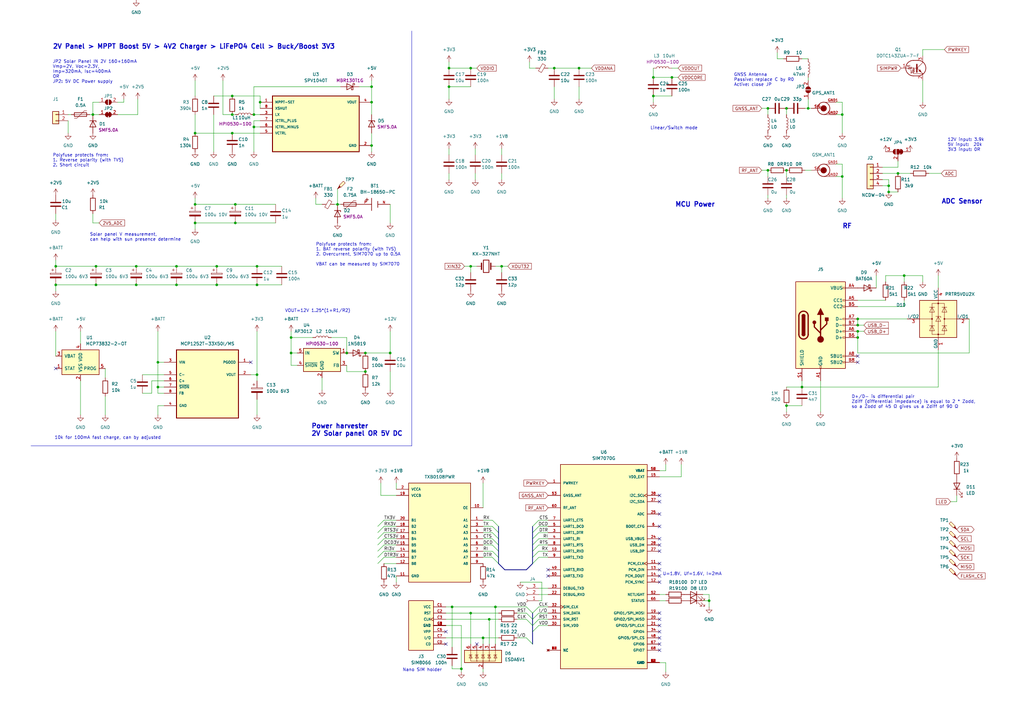
<source format=kicad_sch>
(kicad_sch (version 20230121) (generator eeschema)
  (paper "A3")
  (title_block (rev "REV 1.0") (company "apolisskyi"))
  (junction (at 351.79 133.35))
  (junction (at 328.93 158.75))
  (junction (at 152.4 41.91))
  (junction (at 205.74 109.22))
  (junction (at 81.28 -11.43))
  (junction (at 322.58 69.85))
  (junction (at 39.37 109.22))
  (junction (at 193.04 27.94))
  (junction (at 64.77 158.75))
  (junction (at 290.83 246.38))
  (junction (at 383.54 322.58))
  (junction (at 370.84 113.03))
  (junction (at 374.65 327.66))
  (junction (at 38.1 46.99))
  (junction (at 104.14 46.99))
  (junction (at 313.69 325.12))
  (junction (at 331.47 44.45))
  (junction (at 88.9 116.84))
  (junction (at 322.58 44.45))
  (junction (at 81.28 -16.51))
  (junction (at 142.24 144.78))
  (junction (at 203.2 248.92))
  (junction (at 55.88 -15.24))
  (junction (at 314.96 44.45))
  (junction (at 345.44 72.39))
  (junction (at 22.86 116.84))
  (junction (at 55.88 109.22))
  (junction (at 351.79 347.98))
  (junction (at 364.49 78.74))
  (junction (at 351.79 138.43))
  (junction (at 149.86 144.78))
  (junction (at 80.01 91.44))
  (junction (at 314.96 69.85))
  (junction (at 351.79 130.81))
  (junction (at 95.25 54.61))
  (junction (at 351.79 135.89))
  (junction (at 64.77 148.59))
  (junction (at 185.42 248.92))
  (junction (at 345.44 46.99))
  (junction (at 39.37 116.84))
  (junction (at 152.4 35.56))
  (junction (at 193.04 251.46))
  (junction (at 96.52 83.82))
  (junction (at 267.97 39.37))
  (junction (at 88.9 109.22))
  (junction (at 80.01 83.82))
  (junction (at 81.28 -21.59))
  (junction (at 22.86 109.22))
  (junction (at 227.33 27.94))
  (junction (at 160.02 144.78))
  (junction (at 307.34 314.96))
  (junction (at 189.23 274.32))
  (junction (at 72.39 116.84))
  (junction (at 72.39 109.22))
  (junction (at 106.68 41.91))
  (junction (at 95.25 46.99))
  (junction (at 105.41 109.22))
  (junction (at 237.49 27.94))
  (junction (at 55.88 -7.62))
  (junction (at 275.59 31.75))
  (junction (at 95.25 39.37))
  (junction (at 105.41 116.84))
  (junction (at 198.12 261.62))
  (junction (at 200.66 254))
  (junction (at 80.01 54.61))
  (junction (at 119.38 138.43))
  (junction (at 184.15 27.94))
  (junction (at 105.41 153.67))
  (junction (at 138.43 83.82))
  (junction (at 96.52 91.44))
  (junction (at 55.88 116.84))
  (junction (at 119.38 144.78))
  (junction (at 104.14 52.07))
  (junction (at 152.4 59.69))
  (junction (at 193.04 109.22))
  (junction (at 368.3 71.12))
  (junction (at 184.15 35.56))
  (junction (at 322.58 166.37))
  (junction (at 364.49 76.2))
  (junction (at 313.69 314.96))
  (junction (at 267.97 31.75))
  (junction (at 149.86 152.4))
  (no_connect (at 270.51 259.08))
  (no_connect (at 270.51 236.22))
  (no_connect (at 224.79 236.22))
  (no_connect (at 270.51 261.62))
  (no_connect (at 270.51 254))
  (no_connect (at 351.79 146.05))
  (no_connect (at 270.51 256.54))
  (no_connect (at 102.87 148.59))
  (no_connect (at 224.79 233.68))
  (no_connect (at 364.49 332.74))
  (no_connect (at 364.49 335.28))
  (no_connect (at 270.51 223.52))
  (no_connect (at 22.86 151.13))
  (no_connect (at 270.51 233.68))
  (no_connect (at 270.51 215.9))
  (no_connect (at 270.51 203.2))
  (no_connect (at 270.51 264.16))
  (no_connect (at 195.58 264.16))
  (no_connect (at 270.51 220.98))
  (no_connect (at 270.51 205.74))
  (no_connect (at 182.88 259.08))
  (no_connect (at 270.51 266.7))
  (no_connect (at 270.51 210.82))
  (no_connect (at 270.51 251.46))
  (no_connect (at 182.88 264.16))
  (no_connect (at 270.51 238.76))
  (no_connect (at 270.51 226.06))
  (no_connect (at 351.79 148.59))
  (no_connect (at 270.51 231.14))
  (bus_entry (at 201.93 223.52) (size 2.54 2.54))
  (bus_entry (at 220.98 248.92) (size -2.54 2.54))
  (bus_entry (at 215.9 254) (size 2.54 2.54))
  (bus_entry (at 201.93 228.6) (size 2.54 2.54))
  (bus_entry (at 215.9 261.62) (size 2.54 2.54))
  (bus_entry (at 220.98 220.98) (size -2.54 2.54))
  (bus_entry (at 220.98 251.46) (size -2.54 2.54))
  (bus_entry (at 201.93 215.9) (size 2.54 2.54))
  (bus_entry (at 157.48 218.44) (size -2.54 2.54))
  (bus_entry (at 215.9 248.92) (size 2.54 2.54))
  (bus_entry (at 157.48 213.36) (size -2.54 2.54))
  (bus_entry (at 220.98 213.36) (size -2.54 2.54))
  (bus_entry (at 201.93 218.44) (size 2.54 2.54))
  (bus_entry (at 220.98 228.6) (size -2.54 2.54))
  (bus_entry (at 220.98 254) (size -2.54 2.54))
  (bus_entry (at 157.48 215.9) (size -2.54 2.54))
  (bus_entry (at 157.48 228.6) (size -2.54 2.54))
  (bus_entry (at 215.9 251.46) (size 2.54 2.54))
  (bus_entry (at 220.98 256.54) (size -2.54 2.54))
  (bus_entry (at 157.48 220.98) (size -2.54 2.54))
  (bus_entry (at 220.98 223.52) (size -2.54 2.54))
  (bus_entry (at 201.93 220.98) (size 2.54 2.54))
  (bus_entry (at 201.93 213.36) (size 2.54 2.54))
  (bus_entry (at 220.98 226.06) (size -2.54 2.54))
  (bus_entry (at 201.93 226.06) (size 2.54 2.54))
  (bus_entry (at 220.98 215.9) (size -2.54 2.54))
  (bus_entry (at 220.98 218.44) (size -2.54 2.54))
  (bus_entry (at 157.48 223.52) (size -2.54 2.54))
  (bus_entry (at 157.48 226.06) (size -2.54 2.54))
  (wire (pts (xy 96.52 83.82) (xy 80.01 83.82)))
  (wire (pts (xy 80.01 33.02) (xy 80.01 39.37)))
  (wire (pts (xy 81.28 -11.43) (xy 81.28 -16.51)))
  (wire (pts (xy 105.41 170.18) (xy 105.41 163.83)))
  (wire (pts (xy 222.25 246.38) (xy 222.25 238.76)))
  (wire (pts (xy 267.97 41.91) (xy 267.97 39.37)))
  (wire (pts (xy 138.43 83.82) (xy 139.7 83.82)))
  (wire (pts (xy 205.74 60.96) (xy 205.74 63.5)))
  (wire (pts (xy 351.79 351.79) (xy 351.79 347.98)))
  (wire (pts (xy 351.79 123.19) (xy 363.22 123.19)))
  (wire (pts (xy 38.1 46.99) (xy 40.64 46.99)))
  (wire (pts (xy 87.63 39.37) (xy 95.25 39.37)))
  (wire (pts (xy 38.1 46.99) (xy 38.1 41.91)))
  (wire (pts (xy 345.44 46.99) (xy 345.44 54.61)))
  (wire (pts (xy 307.34 314.96) (xy 313.69 314.96)))
  (wire (pts (xy 336.55 168.91) (xy 336.55 156.21)))
  (wire (pts (xy 201.93 228.6) (xy 198.12 228.6)))
  (wire (pts (xy 351.79 308.61) (xy 351.79 314.96)))
  (wire (pts (xy 156.21 203.2) (xy 162.56 203.2)))
  (wire (pts (xy 342.9 46.99) (xy 345.44 46.99)))
  (wire (pts (xy 67.31 166.37) (xy 64.77 166.37)))
  (wire (pts (xy 142.24 152.4) (xy 149.86 152.4)))
  (wire (pts (xy 105.41 153.67) (xy 105.41 135.89)))
  (wire (pts (xy 273.05 271.78) (xy 270.51 271.78)))
  (wire (pts (xy 95.25 46.99) (xy 96.52 46.99)))
  (wire (pts (xy 198.12 264.16) (xy 198.12 261.62)))
  (wire (pts (xy 331.47 40.64) (xy 331.47 44.45)))
  (wire (pts (xy 33.02 135.89) (xy 33.02 140.97)))
  (bus (pts (xy 207.01 233.68) (xy 215.9 233.68)))
  (wire (pts (xy 304.8 314.96) (xy 307.34 314.96)))
  (wire (pts (xy 91.44 46.99) (xy 95.25 46.99)))
  (wire (pts (xy 157.48 228.6) (xy 162.56 228.6)))
  (wire (pts (xy 203.2 248.92) (xy 215.9 248.92)))
  (wire (pts (xy 80.01 93.98) (xy 80.01 91.44)))
  (wire (pts (xy 383.54 316.23) (xy 383.54 322.58)))
  (wire (pts (xy 39.37 109.22) (xy 55.88 109.22)))
  (wire (pts (xy 267.97 31.75) (xy 275.59 31.75)))
  (wire (pts (xy 185.42 265.43) (xy 185.42 248.92)))
  (wire (pts (xy 237.49 27.94) (xy 242.57 27.94)))
  (wire (pts (xy 273.05 190.5) (xy 273.05 193.04)))
  (wire (pts (xy 182.88 248.92) (xy 185.42 248.92)))
  (wire (pts (xy 81.28 -21.59) (xy 81.28 -26.67)))
  (wire (pts (xy 81.28 -26.67) (xy 83.82 -26.67)))
  (bus (pts (xy 218.44 259.08) (xy 218.44 264.16)))
  (wire (pts (xy 160.02 160.02) (xy 160.02 152.4)))
  (wire (pts (xy 182.88 254) (xy 200.66 254)))
  (wire (pts (xy 314.96 69.85) (xy 312.42 69.85)))
  (wire (pts (xy 157.48 220.98) (xy 162.56 220.98)))
  (wire (pts (xy 349.25 347.98) (xy 351.79 347.98)))
  (wire (pts (xy 162.56 238.76) (xy 162.56 236.22)))
  (wire (pts (xy 38.1 46.99) (xy 36.83 46.99)))
  (wire (pts (xy 55.88 109.22) (xy 72.39 109.22)))
  (wire (pts (xy 370.84 125.73) (xy 370.84 123.19)))
  (wire (pts (xy 105.41 116.84) (xy 115.57 116.84)))
  (wire (pts (xy 22.86 135.89) (xy 22.86 146.05)))
  (bus (pts (xy 218.44 254) (xy 218.44 256.54)))
  (wire (pts (xy 67.31 161.29) (xy 64.77 161.29)))
  (wire (pts (xy 220.98 215.9) (xy 224.79 215.9)))
  (wire (pts (xy 106.68 49.53) (xy 104.14 49.53)))
  (wire (pts (xy 119.38 149.86) (xy 119.38 144.78)))
  (wire (pts (xy 62.23 156.21) (xy 67.31 156.21)))
  (wire (pts (xy 215.9 254) (xy 212.09 254)))
  (wire (pts (xy 275.59 39.37) (xy 267.97 39.37)))
  (wire (pts (xy 387.35 330.2) (xy 364.49 330.2)))
  (wire (pts (xy 185.42 248.92) (xy 203.2 248.92)))
  (wire (pts (xy 397.51 144.78) (xy 397.51 130.81)))
  (wire (pts (xy 29.21 46.99) (xy 27.94 46.99)))
  (wire (pts (xy 58.42 161.29) (xy 62.23 161.29)))
  (wire (pts (xy 463.55 214.63) (xy 463.55 223.52)))
  (wire (pts (xy 149.86 144.78) (xy 160.02 144.78)))
  (wire (pts (xy 152.4 46.99) (xy 152.4 41.91)))
  (wire (pts (xy 50.8 -7.62) (xy 55.88 -7.62)))
  (wire (pts (xy 389.89 205.74) (xy 392.43 205.74)))
  (wire (pts (xy 193.04 27.94) (xy 195.58 27.94)))
  (wire (pts (xy 215.9 251.46) (xy 212.09 251.46)))
  (wire (pts (xy 128.27 138.43) (xy 119.38 138.43)))
  (bus (pts (xy 218.44 256.54) (xy 218.44 259.08)))
  (wire (pts (xy 220.98 220.98) (xy 224.79 220.98)))
  (wire (pts (xy 105.41 156.21) (xy 105.41 153.67)))
  (wire (pts (xy 55.88 -15.24) (xy 63.5 -15.24)))
  (wire (pts (xy 361.95 68.58) (xy 368.3 68.58)))
  (wire (pts (xy 322.58 72.39) (xy 322.58 69.85)))
  (wire (pts (xy 56.515 46.99) (xy 56.515 40.64)))
  (wire (pts (xy 184.15 73.66) (xy 184.15 71.12)))
  (wire (pts (xy 64.77 166.37) (xy 64.77 170.18)))
  (wire (pts (xy 328.93 156.21) (xy 328.93 158.75)))
  (wire (pts (xy 22.86 116.84) (xy 39.37 116.84)))
  (wire (pts (xy 194.945 60.96) (xy 194.945 63.5)))
  (wire (pts (xy 72.39 116.84) (xy 88.9 116.84)))
  (wire (pts (xy 267.97 27.94) (xy 267.97 31.75)))
  (wire (pts (xy 157.48 223.52) (xy 162.56 223.52)))
  (wire (pts (xy 279.4 195.58) (xy 270.51 195.58)))
  (bus (pts (xy 204.47 231.14) (xy 207.01 233.68)))
  (wire (pts (xy 307.34 325.12) (xy 313.69 325.12)))
  (wire (pts (xy 113.03 83.82) (xy 96.52 83.82)))
  (wire (pts (xy 81.28 -16.51) (xy 81.28 -21.59)))
  (wire (pts (xy 314.96 46.99) (xy 314.96 44.45)))
  (wire (pts (xy 342.9 41.91) (xy 345.44 41.91)))
  (wire (pts (xy 157.48 226.06) (xy 162.56 226.06)))
  (wire (pts (xy 198.12 198.12) (xy 198.12 208.28)))
  (wire (pts (xy 38.1 91.44) (xy 38.1 87.63)))
  (wire (pts (xy 351.79 130.81) (xy 372.11 130.81)))
  (wire (pts (xy 217.17 27.94) (xy 219.71 27.94)))
  (wire (pts (xy 361.95 73.66) (xy 364.49 73.66)))
  (wire (pts (xy 22.86 109.22) (xy 39.37 109.22)))
  (wire (pts (xy 370.84 113.03) (xy 378.46 113.03)))
  (wire (pts (xy 162.56 198.12) (xy 162.56 200.66)))
  (wire (pts (xy 314.96 81.28) (xy 314.96 80.01)))
  (wire (pts (xy 290.83 243.84) (xy 290.83 246.38)))
  (wire (pts (xy 43.18 154.94) (xy 43.18 151.13)))
  (wire (pts (xy 119.38 138.43) (xy 119.38 144.78)))
  (wire (pts (xy 316.23 314.96) (xy 313.69 314.96)))
  (wire (pts (xy 351.79 138.43) (xy 351.79 144.78)))
  (wire (pts (xy 351.79 130.81) (xy 351.79 133.35)))
  (wire (pts (xy 307.34 317.5) (xy 307.34 314.96)))
  (wire (pts (xy 48.26 46.99) (xy 56.515 46.99)))
  (wire (pts (xy 137.16 83.82) (xy 138.43 83.82)))
  (wire (pts (xy 62.23 161.29) (xy 62.23 156.21)))
  (wire (pts (xy 220.98 218.44) (xy 224.79 218.44)))
  (wire (pts (xy 80.01 54.61) (xy 95.25 54.61)))
  (bus (pts (xy 204.47 218.44) (xy 204.47 220.98)))
  (wire (pts (xy 22.86 90.17) (xy 22.86 87.63)))
  (wire (pts (xy 444.5 214.63) (xy 444.5 219.71)))
  (wire (pts (xy 198.12 261.62) (xy 204.47 261.62)))
  (wire (pts (xy 193.04 109.22) (xy 195.58 109.22)))
  (wire (pts (xy 96.52 91.44) (xy 80.01 91.44)))
  (bus (pts (xy 218.44 215.9) (xy 218.44 218.44)))
  (wire (pts (xy 80.01 81.28) (xy 80.01 83.82)))
  (wire (pts (xy 135.89 138.43) (xy 142.24 138.43)))
  (wire (pts (xy 378.46 33.02) (xy 378.46 41.91)))
  (wire (pts (xy 104.14 49.53) (xy 104.14 52.07)))
  (wire (pts (xy 201.93 226.06) (xy 198.12 226.06)))
  (wire (pts (xy 185.42 274.32) (xy 185.42 273.05)))
  (wire (pts (xy 138.43 77.47) (xy 138.43 83.82)))
  (wire (pts (xy 201.93 215.9) (xy 198.12 215.9)))
  (wire (pts (xy 330.2 69.85) (xy 332.74 69.85)))
  (wire (pts (xy 383.54 322.58) (xy 387.35 322.58)))
  (wire (pts (xy 160.02 91.44) (xy 160.02 83.82)))
  (wire (pts (xy 152.4 33.02) (xy 152.4 35.56)))
  (wire (pts (xy 378.46 20.32) (xy 387.35 20.32)))
  (wire (pts (xy 213.36 238.76) (xy 222.25 238.76)))
  (wire (pts (xy 217.17 25.4) (xy 217.17 27.94)))
  (wire (pts (xy 119.38 135.89) (xy 119.38 138.43)))
  (wire (pts (xy 279.4 190.5) (xy 279.4 195.58)))
  (wire (pts (xy 275.59 31.75) (xy 278.13 31.75)))
  (wire (pts (xy 63.5 -15.24) (xy 63.5 -25.4)))
  (polyline (pts (xy 168.91 12.7) (xy 168.91 182.88)))
  (wire (pts (xy 323.85 309.88) (xy 323.85 314.96)))
  (wire (pts (xy 80.01 46.99) (xy 80.01 54.61)))
  (wire (pts (xy 328.93 24.13) (xy 331.47 24.13)))
  (wire (pts (xy 444.5 237.49) (xy 444.5 234.95)))
  (bus (pts (xy 204.47 223.52) (xy 204.47 226.06)))
  (wire (pts (xy 193.04 264.16) (xy 193.04 251.46)))
  (wire (pts (xy 39.37 116.84) (xy 55.88 116.84)))
  (wire (pts (xy 106.68 44.45) (xy 106.68 41.91)))
  (bus (pts (xy 218.44 218.44) (xy 218.44 220.98)))
  (wire (pts (xy 278.13 27.94) (xy 275.59 27.94)))
  (wire (pts (xy 119.38 144.78) (xy 121.92 144.78)))
  (wire (pts (xy 313.69 317.5) (xy 313.69 314.96)))
  (wire (pts (xy 322.58 80.01) (xy 322.58 81.28)))
  (wire (pts (xy 184.15 60.96) (xy 184.15 63.5)))
  (wire (pts (xy 129.54 81.28) (xy 129.54 83.82)))
  (wire (pts (xy 38.1 41.91) (xy 40.64 41.91)))
  (wire (pts (xy 237.49 40.64) (xy 237.49 35.56)))
  (wire (pts (xy 129.54 83.82) (xy 132.08 83.82)))
  (wire (pts (xy 81.28 -8.89) (xy 81.28 -11.43)))
  (wire (pts (xy 67.31 153.67) (xy 58.42 153.67)))
  (wire (pts (xy 121.92 149.86) (xy 119.38 149.86)))
  (wire (pts (xy 27.94 54.61) (xy 27.94 49.53)))
  (wire (pts (xy 69.85 -22.86) (xy 69.85 -25.4)))
  (wire (pts (xy 278.13 400.05) (xy 275.59 400.05)))
  (wire (pts (xy 322.58 166.37) (xy 322.58 168.91)))
  (wire (pts (xy 220.98 241.3) (xy 224.79 241.3)))
  (wire (pts (xy 184.15 40.64) (xy 184.15 35.56)))
  (wire (pts (xy 220.98 256.54) (xy 224.79 256.54)))
  (wire (pts (xy 220.98 251.46) (xy 224.79 251.46)))
  (wire (pts (xy 160.02 135.89) (xy 160.02 144.78)))
  (wire (pts (xy 212.09 261.62) (xy 215.9 261.62)))
  (wire (pts (xy 185.42 274.32) (xy 189.23 274.32)))
  (wire (pts (xy 105.41 109.22) (xy 115.57 109.22)))
  (wire (pts (xy 64.77 158.75) (xy 64.77 148.59)))
  (wire (pts (xy 370.84 113.03) (xy 370.84 115.57)))
  (wire (pts (xy 349.25 345.44) (xy 349.25 347.98)))
  (wire (pts (xy 330.2 44.45) (xy 331.47 44.45)))
  (wire (pts (xy 102.87 153.67) (xy 105.41 153.67)))
  (wire (pts (xy 157.48 218.44) (xy 162.56 218.44)))
  (wire (pts (xy 364.49 76.2) (xy 364.49 78.74)))
  (wire (pts (xy 157.48 213.36) (xy 162.56 213.36)))
  (wire (pts (xy 331.47 31.75) (xy 331.47 33.02)))
  (wire (pts (xy 201.93 220.98) (xy 198.12 220.98)))
  (wire (pts (xy 270.51 246.38) (xy 273.05 246.38)))
  (bus (pts (xy 218.44 251.46) (xy 218.44 254)))
  (wire (pts (xy 364.49 78.74) (xy 368.3 78.74)))
  (wire (pts (xy 205.74 109.22) (xy 208.28 109.22)))
  (wire (pts (xy 193.04 251.46) (xy 204.47 251.46)))
  (wire (pts (xy 194.945 73.66) (xy 194.945 71.12)))
  (wire (pts (xy 198.12 275.59) (xy 198.12 274.32)))
  (wire (pts (xy 95.25 39.37) (xy 106.68 39.37)))
  (wire (pts (xy 200.66 254) (xy 204.47 254)))
  (wire (pts (xy 190.5 109.22) (xy 193.04 109.22)))
  (wire (pts (xy 331.47 44.45) (xy 332.74 44.45)))
  (wire (pts (xy 364.49 73.66) (xy 364.49 76.2)))
  (bus (pts (xy 215.9 233.68) (xy 218.44 231.14)))
  (wire (pts (xy 87.63 62.23) (xy 87.63 46.99)))
  (wire (pts (xy 378.46 20.32) (xy 378.46 22.86)))
  (wire (pts (xy 201.93 218.44) (xy 198.12 218.44)))
  (wire (pts (xy 64.77 148.59) (xy 67.31 148.59)))
  (wire (pts (xy 227.33 27.94) (xy 237.49 27.94)))
  (wire (pts (xy 364.49 322.58) (xy 383.54 322.58)))
  (wire (pts (xy 363.22 113.03) (xy 363.22 115.57)))
  (wire (pts (xy 342.9 67.31) (xy 345.44 67.31)))
  (wire (pts (xy 142.24 149.86) (xy 142.24 152.4)))
  (wire (pts (xy 152.4 54.61) (xy 152.4 59.69)))
  (wire (pts (xy 351.79 135.89) (xy 351.79 138.43)))
  (wire (pts (xy 193.04 35.56) (xy 184.15 35.56)))
  (wire (pts (xy 363.22 113.03) (xy 370.84 113.03)))
  (wire (pts (xy 48.26 41.91) (xy 50.8 41.91)))
  (wire (pts (xy 312.42 44.45) (xy 314.96 44.45)))
  (wire (pts (xy 322.58 158.75) (xy 328.93 158.75)))
  (bus (pts (xy 218.44 220.98) (xy 218.44 223.52)))
  (wire (pts (xy 374.65 327.66) (xy 387.35 327.66)))
  (wire (pts (xy 351.79 347.98) (xy 351.79 345.44)))
  (bus (pts (xy 218.44 228.6) (xy 218.44 231.14)))
  (wire (pts (xy 351.79 144.78) (xy 397.51 144.78)))
  (wire (pts (xy 88.9 116.84) (xy 105.41 116.84)))
  (wire (pts (xy 386.08 71.12) (xy 381 71.12)))
  (wire (pts (xy 95.25 54.61) (xy 106.68 54.61)))
  (wire (pts (xy 288.29 243.84) (xy 290.83 243.84)))
  (wire (pts (xy 64.77 135.89) (xy 64.77 148.59)))
  (wire (pts (xy 318.77 24.13) (xy 321.31 24.13)))
  (bus (pts (xy 218.44 223.52) (xy 218.44 226.06)))
  (wire (pts (xy 383.54 351.79) (xy 383.54 340.36)))
  (wire (pts (xy 156.21 203.2) (xy 156.21 198.12)))
  (wire (pts (xy 364.49 327.66) (xy 374.65 327.66)))
  (wire (pts (xy 384.81 113.03) (xy 384.81 118.11)))
  (wire (pts (xy 182.88 251.46) (xy 193.04 251.46)))
  (wire (pts (xy 88.9 109.22) (xy 105.41 109.22)))
  (wire (pts (xy 201.93 213.36) (xy 198.12 213.36)))
  (wire (pts (xy 392.43 205.74) (xy 392.43 203.2)))
  (wire (pts (xy 345.44 72.39) (xy 345.44 81.28)))
  (wire (pts (xy 220.98 228.6) (xy 224.79 228.6)))
  (wire (pts (xy 113.03 91.44) (xy 96.52 91.44)))
  (wire (pts (xy 354.33 133.35) (xy 351.79 133.35)))
  (wire (pts (xy 288.29 246.38) (xy 290.83 246.38)))
  (wire (pts (xy 203.2 264.16) (xy 203.2 248.92)))
  (bus (pts (xy 204.47 220.98) (xy 204.47 223.52)))
  (wire (pts (xy 314.96 72.39) (xy 314.96 69.85)))
  (wire (pts (xy 318.77 21.59) (xy 318.77 24.13)))
  (wire (pts (xy 184.15 27.94) (xy 193.04 27.94)))
  (wire (pts (xy 132.08 154.94) (xy 132.08 160.02)))
  (wire (pts (xy 220.98 243.84) (xy 224.79 243.84)))
  (wire (pts (xy 383.54 332.74) (xy 383.54 322.58)))
  (wire (pts (xy 322.58 166.37) (xy 328.93 166.37)))
  (bus (pts (xy 204.47 215.9) (xy 204.47 218.44)))
  (wire (pts (xy 384.81 143.51) (xy 384.81 158.75)))
  (wire (pts (xy 278.13 402.59) (xy 278.13 400.05)))
  (wire (pts (xy 152.4 62.23) (xy 152.4 59.69)))
  (wire (pts (xy 81.28 -21.59) (xy 83.82 -21.59)))
  (wire (pts (xy 351.79 125.73) (xy 370.84 125.73)))
  (wire (pts (xy 345.44 67.31) (xy 345.44 72.39)))
  (wire (pts (xy 22.86 119.38) (xy 22.86 116.84)))
  (polyline (pts (xy 12.7 182.88) (xy 168.91 182.88)))
  (wire (pts (xy 290.83 246.38) (xy 290.83 248.92)))
  (wire (pts (xy 313.69 327.66) (xy 313.69 325.12)))
  (wire (pts (xy 378.46 113.03) (xy 378.46 115.57)))
  (wire (pts (xy 50.8 41.91) (xy 50.8 40.64)))
  (wire (pts (xy 220.98 213.36) (xy 224.79 213.36)))
  (wire (pts (xy 270.51 243.84) (xy 273.05 243.84)))
  (wire (pts (xy 67.31 158.75) (xy 64.77 158.75)))
  (wire (pts (xy 106.68 41.91) (xy 106.68 39.37)))
  (wire (pts (xy 273.05 193.04) (xy 270.51 193.04)))
  (wire (pts (xy 224.79 248.92) (xy 220.98 248.92)))
  (wire (pts (xy 106.68 52.07) (xy 104.14 52.07)))
  (wire (pts (xy 224.79 27.94) (xy 227.33 27.94)))
  (wire (pts (xy 368.3 68.58) (xy 368.3 66.04)))
  (wire (pts (xy 200.66 264.16) (xy 200.66 254)))
  (wire (pts (xy 189.23 256.54) (xy 189.23 274.32)))
  (wire (pts (xy 182.88 261.62) (xy 198.12 261.62)))
  (wire (pts (xy 64.77 161.29) (xy 64.77 158.75)))
  (wire (pts (xy 361.95 76.2) (xy 364.49 76.2)))
  (wire (pts (xy 104.14 52.07) (xy 104.14 62.23)))
  (wire (pts (xy 374.65 316.23) (xy 374.65 327.66)))
  (wire (pts (xy 321.31 314.96) (xy 323.85 314.96)))
  (wire (pts (xy 368.3 71.12) (xy 373.38 71.12)))
  (wire (pts (xy 201.93 223.52) (xy 198.12 223.52)))
  (bus (pts (xy 218.44 226.06) (xy 218.44 228.6)))
  (wire (pts (xy 220.98 226.06) (xy 224.79 226.06)))
  (wire (pts (xy 182.88 256.54) (xy 189.23 256.54)))
  (wire (pts (xy 104.14 46.99) (xy 106.68 46.99)))
  (wire (pts (xy 142.24 138.43) (xy 142.24 144.78)))
  (wire (pts (xy 147.32 35.56) (xy 152.4 35.56)))
  (wire (pts (xy 152.4 35.56) (xy 152.4 41.91)))
  (wire (pts (xy 227.33 40.64) (xy 227.33 35.56)))
  (wire (pts (xy 72.39 109.22) (xy 88.9 109.22)))
  (wire (pts (xy 463.55 237.49) (xy 463.55 231.14)))
  (wire (pts (xy 328.93 158.75) (xy 384.81 158.75)))
  (wire (pts (xy 359.41 113.03) (xy 359.41 118.11)))
  (wire (pts (xy 157.48 215.9) (xy 162.56 215.9)))
  (wire (pts (xy 60.96 -22.86) (xy 69.85 -22.86)))
  (wire (pts (xy 43.18 162.56) (xy 43.18 170.18)))
  (wire (pts (xy 205.74 73.66) (xy 205.74 71.12)))
  (bus (pts (xy 204.47 228.6) (xy 204.47 231.14)))
  (wire (pts (xy 220.98 254) (xy 224.79 254)))
  (wire (pts (xy 322.58 46.99) (xy 322.58 44.45)))
  (wire (pts (xy 22.86 106.68) (xy 22.86 109.22)))
  (wire (pts (xy 91.44 33.02) (xy 91.44 46.99)))
  (wire (pts (xy 205.74 109.22) (xy 203.2 109.22)))
  (wire (pts (xy 345.44 41.91) (xy 345.44 46.99)))
  (wire (pts (xy 184.15 25.4) (xy 184.15 27.94)))
  (bus (pts (xy 204.47 226.06) (xy 204.47 228.6)))
  (wire (pts (xy 342.9 72.39) (xy 345.44 72.39)))
  (wire (pts (xy 220.98 246.38) (xy 222.25 246.38)))
  (wire (pts (xy 162.56 231.14) (xy 157.48 231.14)))
  (wire (pts (xy 104.14 35.56) (xy 104.14 46.99)))
  (wire (pts (xy 354.33 135.89) (xy 351.79 135.89)))
  (wire (pts (xy 205.74 111.76) (xy 205.74 109.22)))
  (wire (pts (xy 273.05 271.78) (xy 273.05 275.59)))
  (wire (pts (xy 139.7 35.56) (xy 104.14 35.56)))
  (wire (pts (xy 55.88 116.84) (xy 72.39 116.84)))
  (wire (pts (xy 81.28 -16.51) (xy 83.82 -16.51)))
  (wire (pts (xy 81.28 -11.43) (xy 83.82 -11.43)))
  (wire (pts (xy 189.23 275.59) (xy 189.23 274.32)))
  (wire (pts (xy 220.98 223.52) (xy 224.79 223.52)))
  (wire (pts (xy 193.04 111.76) (xy 193.04 109.22)))
  (wire (pts (xy 40.64 91.44) (xy 38.1 91.44)))
  (wire (pts (xy 33.02 170.18) (xy 33.02 156.21)))
  (wire (pts (xy 361.95 71.12) (xy 368.3 71.12)))
  (text "ADC Sensor" (at 386.08 83.82 0) (effects (font (size 1.905 1.905) (thickness 0.381) bold) (justify left bottom)))
  (text "Linear/Switch mode\n" (at 266.7 53.34 0) (effects (font (size 1.27 1.27)) (justify left bottom)))
  (text "VOUT=12V 1.25*(1+R1/R2)" (at 116.84 128.27 0) (effects (font (size 1.27 1.27)) (justify left bottom)))
  (text "10k for 100mA fast charge, can by adjusted" (at 66.04 180.34 0) (effects (font (size 1.27 1.27)) (justify right bottom)))
  (text "HARDWARE CRYPTO\n" (at 427.99 207.01 0) (effects (font (size 2.54 2.54) (thickness 0.508) bold) (justify left bottom)))
  (text "RF\n" (at 345.44 93.98 0) (effects (font (size 1.905 1.905) (thickness 0.381) bold) (justify left bottom)))
  (text "2V Panel > MPPT Boost 5V > 4V2 Charger > LiFePO4 Cell > Buck/Boost 3V3" (at 21.59 20.32 0) (effects (font (size 1.905 1.905) (thickness 0.381) bold) (justify left bottom)))
  (text "U=1.8V, Uf=1.6V, I=2mA" (at 271.78 236.22 0) (effects (font (size 1.27 1.27)) (justify left bottom)))
  (text "MCU Power\n" (at 276.86 85.09 0) (effects (font (size 1.905 1.905) (thickness 0.381) bold) (justify left bottom)))
  (text "Polyfuse protects from:\n1. BAT reverse polarity (with TVS)\n2. Overcurrent, SIM7070 up to 0.5A\n\nVBAT can be measured by SIM7070" (at 129.54 109.22 0) (effects (font (size 1.27 1.27)) (justify left bottom)))
  (text "Nano SIM holder\n" (at 165.1 275.59 0) (effects (font (size 1.27 1.27)) (justify left bottom)))
  (text "Solar panel V measurement,\ncan help with sun presence determine" (at 36.83 99.06 0) (effects (font (size 1.27 1.27)) (justify left bottom)))
  (text "GNSS Antenna\nPassive: replace C by R0\nActive: close JP" (at 300.99 35.56 0) (effects (font (size 1.27 1.27)) (justify left bottom)))
  (text "Polyfuse protects from:\n1. Reverse polarity (with TVS)\n2. Short circuit" (at 21.59 68.58 0) (effects (font (size 1.27 1.27)) (justify left bottom)))
  (text "JP2 Solar Panel IN 2V 160+160mA\nVmp=2V, Voc=2.3V,\nImp=320mA, Isc=400mA\nOR\nJP2: 5V DC Power supply" (at 21.59 34.29 0) (effects (font (size 1.27 1.27)) (justify left bottom)))
  (text "12V input: 3.9k\n5V input:  20k\n3V3 input: 0R" (at 388.62 62.23 0) (effects (font (size 1.27 1.27)) (justify left bottom)))
  (text "Power harvester\n2V Solar panel OR 5V DC" (at 127.635 179.07 0) (effects (font (size 1.905 1.905) (thickness 0.381) bold) (justify left bottom)))
  (text "D+/D- is differential pair\nZdiff (differential impedance) is equal to 2 * Zodd,\nso a Zodd of 45 Ω gives us a Zdiff of 90 Ω" (at 349.25 167.64 0) (effects (font (size 1.27 1.27)) (justify left bottom)))
  (label "RTS3V" (at 157.48 218.44 0))
  (label "RX" (at 198.12 213.36 0))
  (label "CLK" (at 212.09 254 0))
  (label "VDD" (at 220.98 256.54 0))
  (label "DCD3V" (at 157.48 223.52 0))
  (label "RI" (at 224.79 220.98 180))
  (label "TX3V" (at 157.48 213.36 0))
  (label "RI3V" (at 157.48 226.06 0))
  (label "CTS" (at 224.79 213.36 180))
  (label "VDD" (at 212.09 248.92 0))
  (label "RI" (at 198.12 226.06 0))
  (label "I{slash}O" (at 212.09 261.62 0))
  (label "DCD" (at 224.79 215.9 180))
  (label "TX" (at 224.79 228.6 180))
  (label "DTR" (at 224.79 218.44 180))
  (label "CTS3V" (at 157.48 220.98 0))
  (label "RX" (at 224.79 226.06 180))
  (label "CLK" (at 220.98 248.92 0))
  (label "DTR3V" (at 157.48 228.6 0))
  (label "DTR" (at 198.12 228.6 0))
  (label "RST" (at 220.98 254 0))
  (label "RX3V" (at 157.48 215.9 0))
  (label "RTS" (at 224.79 223.52 180))
  (label "DCD" (at 198.12 223.52 0))
  (label "RTS" (at 198.12 218.44 0))
  (label "RST" (at 212.09 251.46 0))
  (label "I{slash}O" (at 220.98 251.46 0))
  (label "CTS" (at 198.12 220.98 0))
  (label "TX" (at 198.12 215.9 0))
  (global_label "SCL" (shape input) (at 392.43 220.98 0) (property "Intersheetrefs" "${INTERSHEET_REFS}" (effects hide)))
  (global_label "~RESET" (shape input) (at 163.83 326.39 180) (property "Intersheetrefs" "${INTERSHEET_REFS}" (effects hide)))
  (global_label "SWDIO" (shape input) (at 151.13 332.74 180) (property "Intersheetrefs" "${INTERSHEET_REFS}" (effects hide)))
  (global_label "VDDIO" (shape input) (at 195.58 27.94 0) (property "Intersheetrefs" "${INTERSHEET_REFS}" (effects hide)))
  (global_label "2V5_ADC" (shape input) (at 40.64 91.44 0) (property "Intersheetrefs" "${INTERSHEET_REFS}" (effects hide)))
  (global_label "SCL" (shape input) (at 452.12 229.87 0) (property "Intersheetrefs" "${INTERSHEET_REFS}" (effects hide)))
  (global_label "XOUT32" (shape input) (at 208.28 109.22 0) (property "Intersheetrefs" "${INTERSHEET_REFS}" (effects hide)))
  (global_label "SWDCLK" (shape input) (at 151.13 335.28 180) (property "Intersheetrefs" "${INTERSHEET_REFS}" (effects hide)))
  (global_label "PWRKEY" (shape input) (at 387.35 20.32 0) (property "Intersheetrefs" "${INTERSHEET_REFS}" (effects hide)))
  (global_label "SDA" (shape bidirectional) (at 392.43 217.17 0) (property "Intersheetrefs" "${INTERSHEET_REFS}" (effects hide)))
  (global_label "XIN32" (shape input) (at 190.5 109.22 180) (property "Intersheetrefs" "${INTERSHEET_REFS}" (effects hide)))
  (global_label "SWDCLK" (shape input) (at 387.35 327.66 0) (property "Intersheetrefs" "${INTERSHEET_REFS}" (effects hide)))
  (global_label "RF_ANT" (shape input) (at 312.42 69.85 180) (property "Intersheetrefs" "${INTERSHEET_REFS}" (effects hide)))
  (global_label "MISO" (shape input) (at 392.43 232.41 0) (property "Intersheetrefs" "${INTERSHEET_REFS}" (effects hide)))
  (global_label "SCK" (shape input) (at 392.43 228.6 0) (property "Intersheetrefs" "${INTERSHEET_REFS}" (effects hide)))
  (global_label "ADC" (shape input) (at 386.08 71.12 0) (property "Intersheetrefs" "${INTERSHEET_REFS}" (effects hide)))
  (global_label "FLASH_CS" (shape input) (at 392.43 236.22 0) (property "Intersheetrefs" "${INTERSHEET_REFS}" (effects hide)))
  (global_label "MOSI" (shape input) (at 392.43 224.79 0) (property "Intersheetrefs" "${INTERSHEET_REFS}" (effects hide)))
  (global_label "VDDANA" (shape input) (at 242.57 27.94 0) (property "Intersheetrefs" "${INTERSHEET_REFS}" (effects hide)))
  (global_label "GNSS_ANT" (shape input) (at 312.42 44.45 180) (property "Intersheetrefs" "${INTERSHEET_REFS}" (effects hide)))
  (global_label "SIMPWR" (shape input) (at 369.57 27.94 180) (property "Intersheetrefs" "${INTERSHEET_REFS}" (effects hide)))
  (global_label "PWRKEY" (shape input) (at 224.79 198.12 180) (property "Intersheetrefs" "${INTERSHEET_REFS}" (effects hide)))
  (global_label "USB_D-" (shape input) (at 354.33 133.35 0) (property "Intersheetrefs" "${INTERSHEET_REFS}" (effects hide)))
  (global_label "VDDANA" (shape input) (at 304.8 314.96 180) (property "Intersheetrefs" "${INTERSHEET_REFS}" (effects hide)))
  (global_label "USB_D+" (shape input) (at 354.33 135.89 0) (property "Intersheetrefs" "${INTERSHEET_REFS}" (effects hide)))
  (global_label "SDA" (shape input) (at 452.12 224.79 0) (property "Intersheetrefs" "${INTERSHEET_REFS}" (effects hide)))
  (global_label "VDDANA" (shape input) (at 275.59 316.23 0) (property "Intersheetrefs" "${INTERSHEET_REFS}" (effects hide)))
  (global_label "SWDIO" (shape input) (at 387.35 330.2 0) (property "Intersheetrefs" "${INTERSHEET_REFS}" (effects hide)))
  (global_label "GNSS_ANT" (shape input) (at 224.79 203.2 180) (property "Intersheetrefs" "${INTERSHEET_REFS}" (effects hide)))
  (global_label "VDDCORE" (shape input) (at 278.13 31.75 0) (property "Intersheetrefs" "${INTERSHEET_REFS}" (effects hide)))
  (global_label "VDDOUT" (shape input) (at 278.13 27.94 0) (property "Intersheetrefs" "${INTERSHEET_REFS}" (effects hide)))
  (global_label "USB_VBUS_SENSE" (shape input) (at 50.8 -7.62 180) (property "Intersheetrefs" "${INTERSHEET_REFS}" (effects hide)))
  (global_label "~RESET" (shape input) (at 387.35 322.58 0) (property "Intersheetrefs" "${INTERSHEET_REFS}" (effects hide)))
  (global_label "LED" (shape input) (at 389.89 205.74 180) (property "Intersheetrefs" "${INTERSHEET_REFS}" (effects hide)))
  (global_label "RF_ANT" (shape input) (at 224.79 208.28 180) (property "Intersheetrefs" "${INTERSHEET_REFS}" (effects hide)))
  (symbol (lib_id "power:GND") (at 336.55 168.91 0) (unit 1)
    (property "Reference" "#PWR073" (effects hide))
    (property "Value" "GND" (at 336.55 173.99 0))
  )
  (symbol (lib_id "power:GND") (at 198.12 238.76 0) (unit 1)
    (property "Reference" "#PWR065" (effects hide))
    (property "Value" "GND" (at 198.12 243.84 0))
  )
  (symbol (lib_id "Connector:TestPoint_Probe") (at 392.43 232.41 90) (unit 1)
    (property "Reference" "TP5" (at 387.35 228.6 90))
    (property "Value" "TestPoint_Probe" (effects hide))
    (property "Footprint" "TestPoint:TestPoint_THTPad_D1.0mm_Drill0.5mm" (effects hide))
  )
  (symbol (lib_id "Connector_Generic:Conn_01x04") (at 356.87 71.12 0) (mirror y) (unit 1)
    (property "Reference" "J2" (at 356.87 64.77 0))
    (property "Value" "NCDW-04" (at 358.14 80.01 0))
    (property "Footprint" "Connector_Molex:Molex_SL_171971-0004_1x04_P2.54mm_Vertical" (effects hide))
  )
  (symbol (lib_id "Device:C") (at 318.77 44.45 270) (unit 1)
    (property "Reference" "C27" (at 312.42 40.64 90) (effects (justify left)))
    (property "Value" "0u" (at 317.5 40.64 90) (effects (justify left)))
    (property "Footprint" "Capacitor_SMD:C_0603_1608Metric_Pad1.08x0.95mm_HandSolder" (effects hide))
  )
  (symbol (lib_id "power:GND") (at 227.33 40.64 0) (unit 1)
    (property "Reference" "#PWR045" (effects hide))
    (property "Value" "GND" (at 227.33 45.72 0))
  )
  (symbol (lib_id "power:GND") (at 95.25 62.23 0) (unit 1)
    (property "Reference" "#PWR022" (effects hide))
    (property "Value" "GND" (at 95.25 67.31 0))
  )
  (symbol (lib_id "Device:R") (at 55.88 -11.43 0) (mirror y) (unit 1)
    (property "Reference" "R26" (at 49.53 -10.16 0) (effects (justify right)))
    (property "Value" "10k" (at 49.53 -12.7 0) (effects (justify right)))
    (property "Footprint" "Resistor_SMD:R_0805_2012Metric_Pad1.20x1.40mm_HandSolder" (effects hide))
  )
  (symbol (lib_id "Device:R") (at 363.22 119.38 0) (unit 1)
    (property "Reference" "R21" (at 367.03 118.11 0) (effects (justify right)))
    (property "Value" "5k1" (at 368.3 120.65 0) (effects (justify right)))
    (property "Footprint" "Resistor_SMD:R_0805_2012Metric_Pad1.20x1.40mm_HandSolder" (effects hide))
  )
  (symbol (lib_id "power:+5V") (at 80.01 81.28 0) (unit 1)
    (property "Reference" "#PWR018" (effects hide))
    (property "Value" "+5V" (at 80.01 76.2 0))
  )
  (symbol (lib_id "Device:LED") (at 284.48 246.38 0) (mirror y) (unit 1)
    (property "Reference" "D8" (at 284.48 241.3 0))
    (property "Value" "LED" (at 288.29 241.3 0))
    (property "Footprint" "LED_SMD:LED_0805_2012Metric_Pad1.15x1.40mm_HandSolder" (effects hide))
  )
  (symbol (lib_id "power:+3V3") (at 194.945 60.96 0) (unit 1)
    (property "Reference" "#PWR040" (effects hide))
    (property "Value" "+3V3" (at 194.945 55.88 0))
  )
  (symbol (lib_id "Device:C") (at 193.04 115.57 0) (mirror y) (unit 1)
    (property "Reference" "C32" (at 190.5 114.3 0) (effects (justify left)))
    (property "Value" "12p" (at 190.5 116.84 0) (effects (justify left)))
    (property "Footprint" "Capacitor_SMD:C_0805_2012Metric_Pad1.18x1.45mm_HandSolder" (effects hide))
  )
  (symbol (lib_id "power:GND") (at 322.58 54.61 0) (unit 1)
    (property "Reference" "#PWR051" (effects hide))
    (property "Value" "GND" (at 322.58 59.69 0))
  )
  (symbol (lib_id "power:+2V5") (at 91.44 33.02 0) (unit 1)
    (property "Reference" "#PWR021" (effects hide))
    (property "Value" "+2V5" (at 91.44 27.94 0))
  )
  (symbol (lib_id "power:+3V3") (at 105.41 135.89 0) (unit 1)
    (property "Reference" "#PWR024" (effects hide))
    (property "Value" "+3V3" (at 105.41 130.81 0))
  )
  (symbol (lib_id "power:+3V0") (at 323.85 309.88 0) (unit 1)
    (property "Reference" "#PWR096" (effects hide))
    (property "Value" "+3V3" (at 323.85 304.8 0))
  )
  (symbol (lib_id "Device:C") (at 313.69 321.31 0) (unit 1)
    (property "Reference" "C39" (at 316.23 320.04 0) (effects (justify left)))
    (property "Value" "10u" (at 316.23 322.58 0) (effects (justify left)))
    (property "Footprint" "Capacitor_SMD:C_0805_2012Metric_Pad1.18x1.45mm_HandSolder" (effects hide))
  )
  (symbol (lib_id "Connector_Generic:Conn_01x02") (at 22.86 46.99 0) (mirror y) (unit 1)
    (property "Reference" "J1" (at 22.86 40.64 0))
    (property "Value" "Conn_01x02" (effects hide))
    (property "Footprint" "Connector_Molex:Molex_SL_171971-0002_1x02_P2.54mm_Vertical" (effects hide))
  )
  (symbol (lib_id "power:GND") (at 22.86 119.38 0) (unit 1)
    (property "Reference" "#PWR04" (effects hide))
    (property "Value" "GND" (at 22.86 124.46 0))
  )
  (symbol (lib_id "SIM8066-6-1-14-01-A_REVA:SIM8066-6-1-14-01-A_REVA") (at 172.72 256.54 0) (mirror y) (unit 1)
    (property "Reference" "J3" (at 172.72 269.24 0))
    (property "Value" "SIM8066" (at 172.72 271.78 0))
    (property "Footprint" "footprints:GCT_SIM8066-6-1-14-01-A_REVA" (effects hide))
    (property "PARTREV" "REVA" (effects hide))
    (property "STANDARD" "Manufacturer recommendations" (effects hide))
    (property "MAXIMUM_PACKAGE_HEIGHT" "1.44mm" (effects hide))
    (property "MANUFACTURER" "Global Connector Technology" (effects hide))
  )
  (symbol (lib_id "power:+5V") (at 152.4 33.02 0) (unit 1)
    (property "Reference" "#PWR031" (effects hide))
    (property "Value" "+5V" (at 152.4 27.94 0))
  )
  (symbol (lib_id "power:GND") (at 160.02 91.44 0) (unit 1)
    (property "Reference" "#PWR033" (effects hide))
    (property "Value" "GND" (at 160.02 96.52 0))
  )
  (symbol (lib_id "power:+BATT") (at 22.86 135.89 0) (mirror y) (unit 1)
    (property "Reference" "#PWR05" (effects hide))
    (property "Value" "+BATT" (at 22.86 130.81 0))
  )
  (symbol (lib_id "Device:R") (at 368.3 74.93 0) (unit 1)
    (property "Reference" "R11" (at 373.38 73.66 0) (effects (justify right)))
    (property "Value" "3k9" (at 374.65 76.2 0) (effects (justify right)))
    (property "Footprint" "Resistor_SMD:R_0805_2012Metric_Pad1.20x1.40mm_HandSolder" (effects hide))
  )
  (symbol (lib_id "Device:LED") (at 284.48 243.84 0) (mirror y) (unit 1)
    (property "Reference" "D7" (at 284.48 238.76 0))
    (property "Value" "LED" (at 288.29 238.76 0))
    (property "Footprint" "LED_SMD:LED_0805_2012Metric_Pad1.15x1.40mm_HandSolder" (effects hide))
  )
  (symbol (lib_id "Device:C") (at 95.25 58.42 0) (unit 1)
    (property "Reference" "C10" (at 97.79 57.15 0) (effects (justify left)))
    (property "Value" "1n" (at 97.79 59.69 0) (effects (justify left)))
    (property "Footprint" "Capacitor_SMD:C_0805_2012Metric_Pad1.18x1.45mm_HandSolder" (effects hide))
  )
  (symbol (lib_id "power:+5V") (at 63.5 -25.4 0) (unit 1)
    (property "Reference" "#PWR091" (effects hide))
    (property "Value" "+5V" (at 63.5 -30.48 0))
  )
  (symbol (lib_id "Device:R") (at 383.54 312.42 0) (unit 1)
    (property "Reference" "R25" (at 389.89 313.69 0) (effects (justify right)))
    (property "Value" "10k" (at 389.89 311.15 0) (effects (justify right)))
    (property "Footprint" "Resistor_SMD:R_0805_2012Metric_Pad1.20x1.40mm_HandSolder" (effects hide))
  )
  (symbol (lib_id "power:+BATT") (at 64.77 135.89 0) (unit 1)
    (property "Reference" "#PWR014" (effects hide))
    (property "Value" "+BATT" (at 64.77 130.81 0))
  )
  (symbol (lib_id "Jumper:SolderJumper_2_Bridged") (at 44.45 46.99 0) (unit 1)
    (property "Reference" "JP2" (at 44.45 44.45 0))
    (property "Value" "SolderJumper_2_Bridged" (effects hide))
    (property "Footprint" "Jumper:SolderJumper-2_P1.3mm_Bridged_RoundedPad1.0x1.5mm" (effects hide))
  )
  (symbol (lib_id "power:GND") (at 38.1 54.61 0) (unit 1)
    (property "Reference" "#PWR09" (effects hide))
    (property "Value" "GND" (at 38.1 59.69 0))
  )
  (symbol (lib_id "power:GND") (at 152.4 62.23 0) (unit 1)
    (property "Reference" "#PWR032" (effects hide))
    (property "Value" "GND" (at 152.4 67.31 0))
  )
  (symbol (lib_id "Device:C") (at 267.97 35.56 0) (unit 1)
    (property "Reference" "C24" (at 270.51 34.29 0) (effects (justify left)))
    (property "Value" "1u" (at 270.51 36.83 0) (effects (justify left)))
    (property "Footprint" "Capacitor_SMD:C_0805_2012Metric_Pad1.18x1.45mm_HandSolder" (effects hide))
  )
  (symbol (lib_id "Device:C") (at 115.57 113.03 0) (unit 1)
    (property "Reference" "C15" (at 118.11 111.76 0) (effects (justify left)))
    (property "Value" "100n" (at 118.11 114.3 0) (effects (justify left)))
    (property "Footprint" "Capacitor_SMD:C_0805_2012Metric_Pad1.18x1.45mm_HandSolder" (effects hide))
  )
  (symbol (lib_id "power:GND") (at 273.05 275.59 0) (unit 1)
    (property "Reference" "#PWR069" (effects hide))
    (property "Value" "GND" (at 273.05 280.67 0))
  )
  (symbol (lib_id "Device:C") (at 22.86 83.82 180) (unit 1)
    (property "Reference" "C1" (at 27.94 85.09 0) (effects (justify left)))
    (property "Value" "10u" (at 29.21 82.55 0) (effects (justify left)))
    (property "Footprint" "Capacitor_SMD:C_0805_2012Metric_Pad1.18x1.45mm_HandSolder" (effects hide))
  )
  (symbol (lib_id "power:GND") (at 105.41 170.18 0) (unit 1)
    (property "Reference" "#PWR025" (effects hide))
    (property "Value" "GND" (at 105.41 175.26 0))
  )
  (symbol (lib_id "power:GND") (at 463.55 237.49 0) (mirror y) (unit 1)
    (property "Reference" "#PWR088" (effects hide))
    (property "Value" "GND" (at 463.55 242.57 0))
  )
  (symbol (lib_id "Device:Polyfuse") (at 46.99 -22.86 270) (unit 1)
    (property "Reference" "F3" (at 45.72 -25.4 90) (effects (justify left)))
    (property "Value" "MSMF010 0.01A" (at 34.29 -27.94 90) (effects (justify left)))
    (property "Footprint" "Capacitor_SMD:C_1812_4532Metric_Pad1.57x3.40mm_HandSolder" (effects hide))
  )
  (symbol (lib_id "Device:C") (at 237.49 31.75 0) (unit 1)
    (property "Reference" "C23" (at 240.03 30.48 0) (effects (justify left)))
    (property "Value" "100n" (at 240.03 33.02 0) (effects (justify left)))
    (property "Footprint" "Capacitor_SMD:C_0805_2012Metric_Pad1.18x1.45mm_HandSolder" (effects hide))
  )
  (symbol (lib_id "power:GND") (at 87.63 62.23 0) (unit 1)
    (property "Reference" "#PWR020" (effects hide))
    (property "Value" "GND" (at 87.63 67.31 0))
  )
  (symbol (lib_id "Device:Polyfuse") (at 33.02 46.99 90) (unit 1)
    (property "Reference" "F1" (at 33.02 40.64 90))
    (property "Value" "0.5A" (at 33.02 43.18 90))
    (property "Footprint" "Fuse:Fuse_1206_3216Metric_Pad1.42x1.75mm_HandSolder" (effects hide))
    (property "MANUFACTURER" "PTC" (effects hide))
    (property "PARTNUMBER" "SMD1206P050TF" (effects hide))
  )
  (symbol (lib_id "power:GND") (at 43.18 170.18 0) (mirror y) (unit 1)
    (property "Reference" "#PWR011" (effects hide))
    (property "Value" "GND" (at 43.18 175.26 0))
  )
  (symbol (lib_id "power:+3V0") (at 383.54 308.61 0) (unit 1)
    (property "Reference" "#PWR083" (effects hide))
    (property "Value" "+3V0" (at 383.54 303.53 0))
  )
  (symbol (lib_id "power:GND") (at 27.94 54.61 0) (unit 1)
    (property "Reference" "#PWR06" (effects hide))
    (property "Value" "GND" (at 27.94 59.69 0))
  )
  (symbol (lib_id "power:+3V3") (at 69.85 -25.4 0) (unit 1)
    (property "Reference" "#PWR089" (effects hide))
    (property "Value" "+3V3" (at 69.85 -30.48 0))
  )
  (symbol (lib_id "power:GND") (at 81.28 -8.89 0) (mirror y) (unit 1)
    (property "Reference" "#PWR092" (effects hide))
    (property "Value" "GND" (at 81.28 -3.81 0))
  )
  (symbol (lib_id "power:GND") (at 157.48 238.76 0) (unit 1)
    (property "Reference" "#PWR060" (effects hide))
    (property "Value" "GND" (at 157.48 243.84 0))
  )
  (symbol (lib_id "Device:Q_PMOS_GSD") (at 55.88 -20.32 90) (unit 1)
    (property "Reference" "Q2" (at 55.88 -30.48 90))
    (property "Value" "IRLML6401" (at 55.88 -27.94 90))
    (property "Footprint" "Package_TO_SOT_SMD:SOT-23" (effects hide))
  )
  (symbol (lib_id "Device:R") (at 370.84 119.38 0) (unit 1)
    (property "Reference" "R22" (at 374.65 118.11 0) (effects (justify right)))
    (property "Value" "5k1" (at 375.92 120.65 0) (effects (justify right)))
    (property "Footprint" "Resistor_SMD:R_0805_2012Metric_Pad1.20x1.40mm_HandSolder" (effects hide))
  )
  (symbol (lib_id "Jumper:SolderJumper_3_Bridged12") (at 368.3 62.23 0) (mirror y) (unit 1)
    (property "Reference" "JP4" (at 368.3 58.42 0))
    (property "Value" "SolderJumper_3_Bridged12" (effects hide))
    (property "Footprint" "Jumper:SolderJumper-3_P1.3mm_Bridged12_RoundedPad1.0x1.5mm_NumberLabels" (effects hide))
  )
  (symbol (lib_id "Device:R") (at 38.1 83.82 0) (unit 1)
    (property "Reference" "R1" (at 43.18 85.09 0) (effects (justify right)))
    (property "Value" "10k" (at 44.45 82.55 0) (effects (justify right)))
    (property "Footprint" "Resistor_SMD:R_0805_2012Metric_Pad1.20x1.40mm_HandSolder" (effects hide))
  )
  (symbol (lib_id "Device:C") (at 383.54 336.55 0) (unit 1)
    (property "Reference" "C34" (at 386.08 335.28 0) (effects (justify left)))
    (property "Value" "100n" (at 386.08 337.82 0) (effects (justify left)))
    (property "Footprint" "Capacitor_SMD:C_0805_2012Metric_Pad1.18x1.45mm_HandSolder" (effects hide))
  )
  (symbol (lib_id "Device:R") (at 276.86 246.38 90) (mirror x) (unit 1)
    (property "Reference" "R19" (at 274.32 241.3 90) (effects (justify right)))
    (property "Value" "100" (at 278.13 241.3 90) (effects (justify right)))
    (property "Footprint" "Resistor_SMD:R_0805_2012Metric_Pad1.20x1.40mm_HandSolder" (effects hide))
  )
  (symbol (lib_id "power:GND") (at 160.02 160.02 0) (mirror y) (unit 1)
    (property "Reference" "#PWR035" (effects hide))
    (property "Value" "GND" (at 160.02 165.1 0))
  )
  (symbol (lib_id "Connector:Conn_01x03_Female") (at 215.9 243.84 180) (unit 1)
    (property "Reference" "J4" (at 218.44 237.49 0))
    (property "Value" "Conn_01x03_Female" (effects hide))
    (property "Footprint" "Connector_PinHeader_2.54mm:PinHeader_1x03_P2.54mm_Vertical" (effects hide))
  )
  (symbol (lib_id "power:GND") (at 351.79 351.79 0) (unit 1)
    (property "Reference" "#PWR081" (effects hide))
    (property "Value" "GND" (at 351.79 356.87 0))
  )
  (symbol (lib_id "Device:L") (at 314.96 50.8 0) (unit 1)
    (property "Reference" "L4" (at 316.23 49.5299 0) (effects (justify left)))
    (property "Value" "L0" (at 316.23 52.0699 0) (effects (justify left)))
    (property "Footprint" "Inductor_SMD:L_0603_1608Metric_Pad1.05x0.95mm_HandSolder" (effects hide))
  )
  (symbol (lib_id "Connector:TestPoint_Probe") (at 392.43 228.6 90) (unit 1)
    (property "Reference" "TP4" (at 387.35 224.79 90))
    (property "Value" "TestPoint_Probe" (effects hide))
    (property "Footprint" "TestPoint:TestPoint_THTPad_D1.0mm_Drill0.5mm" (effects hide))
  )
  (symbol (lib_id "Power_Protection:PRTR5V0U2X") (at 384.81 130.81 0) (mirror y) (unit 1)
    (property "Reference" "D10" (at 369.57 125.095 0))
    (property "Value" "PRTR5V0U2X" (at 393.7 120.65 0))
    (property "Footprint" "Package_TO_SOT_SMD:SOT-143" (effects hide))
    (property "Datasheet" "https://assets.nexperia.com/documents/data-sheet/PRTR5V0U2X.pdf" (effects hide))
  )
  (symbol (lib_id "power:+5V") (at 80.01 33.02 0) (unit 1)
    (property "Reference" "#PWR016" (effects hide))
    (property "Value" "+5V" (at 80.01 27.94 0))
  )
  (symbol (lib_id "power:GND") (at 194.945 73.66 0) (unit 1)
    (property "Reference" "#PWR041" (effects hide))
    (property "Value" "GND" (at 194.945 78.74 0))
  )
  (symbol (lib_id "Jumper:SolderJumper_2_Open") (at 44.45 41.91 0) (unit 1)
    (property "Reference" "JP1" (at 44.45 39.37 0))
    (property "Value" "SolderJumper_2_Open" (effects hide))
    (property "Footprint" "Jumper:SolderJumper-2_P1.3mm_Open_RoundedPad1.0x1.5mm" (effects hide))
  )
  (symbol (lib_id "Mechanical:MountingHole_Pad") (at 86.36 -16.51 270) (unit 1)
    (property "Reference" "H3" (at 90.17 -17.145 90) (effects (justify left)))
    (property "Value" "MountingHole_Pad" (at 90.17 -14.605 90) (effects (justify left)))
    (property "Footprint" "MountingHole:MountingHole_3.2mm_M3_Pad_Via" (effects hide))
  )
  (symbol (lib_id "Device:C") (at 185.42 269.24 0) (unit 1)
    (property "Reference" "C30" (at 179.07 269.24 0) (effects (justify left)))
    (property "Value" "100n" (at 178.435 271.78 0) (effects (justify left)))
    (property "Footprint" "Capacitor_SMD:C_0805_2012Metric_Pad1.18x1.45mm_HandSolder" (effects hide))
  )
  (symbol (lib_id "power:GND") (at 322.58 81.28 0) (unit 1)
    (property "Reference" "#PWR052" (effects hide))
    (property "Value" "GND" (at 322.58 86.36 0))
  )
  (symbol (lib_id "Device:C") (at 184.15 67.31 0) (unit 1)
    (property "Reference" "C18" (at 186.69 66.04 0) (effects (justify left)))
    (property "Value" "100n" (at 186.69 68.58 0) (effects (justify left)))
    (property "Footprint" "Capacitor_SMD:C_0805_2012Metric_Pad1.18x1.45mm_HandSolder" (effects hide))
  )
  (symbol (lib_id "Device:R") (at 80.01 43.18 180) (unit 1)
    (property "Reference" "R3" (at 74.93 41.91 0) (effects (justify right)))
    (property "Value" "390k" (at 73.66 44.45 0) (effects (justify right)))
    (property "Footprint" "Resistor_SMD:R_0805_2012Metric_Pad1.20x1.40mm_HandSolder" (effects hide))
  )
  (symbol (lib_id "Mechanical:MountingHole_Pad") (at 86.36 -21.59 270) (unit 1)
    (property "Reference" "H2" (at 90.17 -22.225 90) (effects (justify left)))
    (property "Value" "MountingHole_Pad" (at 90.17 -19.685 90) (effects (justify left)))
    (property "Footprint" "MountingHole:MountingHole_3.2mm_M3_Pad_Via" (effects hide))
  )
  (symbol (lib_id "Mechanical:MountingHole_Pad") (at 86.36 -11.43 270) (unit 1)
    (property "Reference" "H4" (at 90.17 -12.065 90) (effects (justify left)))
    (property "Value" "MountingHole_Pad" (at 90.17 -9.525 90) (effects (justify left)))
    (property "Footprint" "MountingHole:MountingHole_3.2mm_M3_Pad_Via" (effects hide))
  )
  (symbol (lib_id "Mechanical:MountingHole_Pad") (at 86.36 -26.67 270) (unit 1)
    (property "Reference" "H1" (at 90.17 -27.305 90) (effects (justify left)))
    (property "Value" "MountingHole_Pad" (at 90.17 -24.765 90) (effects (justify left)))
    (property "Footprint" "MountingHole:MountingHole_3.2mm_M3_Pad_Via" (effects hide))
  )
  (symbol (lib_id "power:GND") (at 104.14 62.23 0) (unit 1)
    (property "Reference" "#PWR023" (effects hide))
    (property "Value" "GND" (at 104.14 67.31 0))
  )
  (symbol (lib_id "power:+3V3") (at 184.15 60.96 0) (unit 1)
    (property "Reference" "#PWR038" (effects hide))
    (property "Value" "+3V3" (at 184.15 55.88 0))
  )
  (symbol (lib_id "Device:Crystal") (at 199.39 109.22 0) (unit 1)
    (property "Reference" "Y1" (at 199.39 101.6 0))
    (property "Value" "KX-327NHT" (at 199.39 104.14 0))
    (property "Footprint" "Crystal:Crystal_SMD_EuroQuartz_EQ161-2Pin_3.2x1.5mm_HandSoldering" (effects hide))
  )
  (symbol (lib_id "power:GND") (at 189.23 275.59 0) (unit 1)
    (property "Reference" "#PWR063" (effects hide))
    (property "Value" "GND" (at 189.23 280.67 0))
  )
  (symbol (lib_id "power:+3V3") (at 184.15 25.4 0) (unit 1)
    (property "Reference" "#PWR036" (effects hide))
    (property "Value" "+3V3" (at 184.15 20.32 0))
  )
  (symbol (lib_id "power:+1V8") (at 205.74 60.96 0) (unit 1)
    (property "Reference" "#PWR042" (effects hide))
    (property "Value" "+1V8" (at 205.74 55.88 0))
  )
  (symbol (lib_id "power:GND") (at 64.77 170.18 0) (unit 1)
    (property "Reference" "#PWR015" (effects hide))
    (property "Value" "GND" (at 64.77 175.26 0))
  )
  (symbol (lib_id "power:GND") (at 345.44 54.61 0) (unit 1)
    (property "Reference" "#PWR053" (effects hide))
    (property "Value" "GND" (at 345.44 59.69 0))
  )
  (symbol (lib_id "Connector:TestPoint_Probe") (at 392.43 224.79 90) (unit 1)
    (property "Reference" "TP3" (at 387.35 220.98 90))
    (property "Value" "TestPoint_Probe" (effects hide))
    (property "Footprint" "TestPoint:TestPoint_THTPad_D1.0mm_Drill0.5mm" (effects hide))
  )
  (symbol (lib_id "Connector:TestPoint_Probe") (at 392.43 220.98 90) (unit 1)
    (property "Reference" "TP2" (at 387.35 217.17 90))
    (property "Value" "TestPoint_Probe" (effects hide))
    (property "Footprint" "TestPoint:TestPoint_THTPad_D1.0mm_Drill0.5mm" (effects hide))
  )
  (symbol (lib_id "Device:C_Polarized") (at 105.41 160.02 0) (unit 1)
    (property "Reference" "C13" (at 109.22 157.8609 0) (effects (justify left)))
    (property "Value" "100u 6V3" (at 109.22 160.4009 0) (effects (justify left)))
    (property "Footprint" "Capacitor_Tantalum_SMD:CP_EIA-3528-21_Kemet-B_Pad1.50x2.35mm_HandSolder" (effects hide))
    (property "MANUFACTURER" "AVX" (effects hide))
    (property "PARTNUMBER" "TAJB107K006RNJ" (effects hide))
  )
  (symbol (lib_id "power:GND") (at 213.36 238.76 0) (unit 1)
    (property "Reference" "#PWR067" (effects hide))
    (property "Value" "GND" (at 213.36 243.84 0))
  )
  (symbol (lib_id "power:GND") (at 205.74 119.38 0) (unit 1)
    (property "Reference" "#PWR079" (effects hide))
    (property "Value" "GND" (at 205.74 124.46 0))
  )
  (symbol (lib_id "Device:R") (at 157.48 234.95 180) (unit 1)
    (property "Reference" "R13" (at 158.75 233.68 0) (effects (justify right)))
    (property "Value" "47k" (at 158.75 236.22 0) (effects (justify right)))
    (property "Footprint" "Resistor_SMD:R_0805_2012Metric_Pad1.20x1.40mm_HandSolder" (effects hide))
  )
  (symbol (lib_id "power:GND") (at 278.13 402.59 0) (unit 1)
    (property "Reference" "#PWR098" (effects hide))
    (property "Value" "GND" (at 278.13 407.67 0))
  )
  (symbol (lib_id "Device:C_Polarized") (at 80.01 87.63 0) (unit 1)
    (property "Reference" "C7" (at 83.82 85.4709 0) (effects (justify left)))
    (property "Value" "100u 10V" (at 83.82 88.0109 0) (effects (justify left)))
    (property "Footprint" "Capacitor_Tantalum_SMD:CP_EIA-7343-31_Kemet-D_Pad2.25x2.55mm_HandSolder" (effects hide))
    (property "MANUFACTURER" "Kemet" (effects hide))
    (property "PARTNUMBER" "T491D107K010AT" (effects hide))
  )
  (symbol (lib_id "power:+3V3") (at 318.77 21.59 0) (unit 1)
    (property "Reference" "#PWR050" (effects hide))
    (property "Value" "+3V3" (at 318.77 16.51 0))
  )
  (symbol (lib_id "Device:D_Zener") (at 138.43 87.63 270) (unit 1)
    (property "Reference" "D2" (at 140.97 86.3599 90) (effects (justify left)))
    (property "Value" "D_Zener" (effects hide))
    (property "Footprint" "Diode_SMD:D_SOD-123" (effects hide))
    (property "MANUFACTURER" "DIOTEC SEMICONDUCTOR" (effects hide))
    (property "PARTNUMBER" "SMF5.0A" (at 144.78 88.9 90))
  )
  (symbol (lib_id "Device:C") (at 113.03 87.63 0) (unit 1)
    (property "Reference" "C14" (at 115.57 86.36 0) (effects (justify left)))
    (property "Value" "1u" (at 115.57 88.9 0) (effects (justify left)))
    (property "Footprint" "Capacitor_SMD:C_0805_2012Metric_Pad1.18x1.45mm_HandSolder" (effects hide))
  )
  (symbol (lib_id "power:GND") (at 314.96 54.61 0) (unit 1)
    (property "Reference" "#PWR048" (effects hide))
    (property "Value" "GND" (at 314.96 59.69 0))
  )
  (symbol (lib_id "power:GND") (at 322.58 168.91 0) (unit 1)
    (property "Reference" "#PWR072" (effects hide))
    (property "Value" "GND" (at 322.58 173.99 0))
  )
  (symbol (lib_id "Device:R") (at 276.86 243.84 90) (mirror x) (unit 1)
    (property "Reference" "R18" (at 274.32 238.76 90) (effects (justify right)))
    (property "Value" "100" (at 278.13 238.76 90) (effects (justify right)))
    (property "Footprint" "Resistor_SMD:R_0805_2012Metric_Pad1.20x1.40mm_HandSolder" (effects hide))
  )
  (symbol (lib_id "power:+1V8") (at 198.12 198.12 0) (unit 1)
    (property "Reference" "#PWR064" (effects hide))
    (property "Value" "+1V8" (at 198.12 193.04 0))
  )
  (symbol (lib_id "Device:C") (at 105.41 113.03 0) (unit 1)
    (property "Reference" "C12" (at 107.95 111.76 0) (effects (justify left)))
    (property "Value" "1u" (at 107.95 114.3 0) (effects (justify left)))
    (property "Footprint" "Capacitor_SMD:C_0805_2012Metric_Pad1.18x1.45mm_HandSolder" (effects hide))
  )
  (symbol (lib_id "Device:R") (at 208.28 261.62 90) (unit 1)
    (property "Reference" "R17" (at 205.105 264.16 90) (effects (justify right)))
    (property "Value" "22" (at 209.55 264.16 90) (effects (justify right)))
    (property "Footprint" "Resistor_SMD:R_0805_2012Metric_Pad1.20x1.40mm_HandSolder" (effects hide))
  )
  (symbol (lib_id "power:+3V0") (at 444.5 214.63 0) (unit 1)
    (property "Reference" "#PWR085" (effects hide))
    (property "Value" "+3V3" (at 444.5 209.55 0))
  )
  (symbol (lib_id "Connector:TestPoint_Probe") (at 392.43 236.22 90) (unit 1)
    (property "Reference" "TP6" (at 387.35 232.41 90))
    (property "Value" "TestPoint_Probe" (effects hide))
    (property "Footprint" "TestPoint:TestPoint_THTPad_D1.0mm_Drill0.5mm" (effects hide))
  )
  (symbol (lib_id "power:+BATT") (at 273.05 190.5 0) (unit 1)
    (property "Reference" "#PWR068" (effects hide))
    (property "Value" "+BATT" (at 273.05 185.42 0))
  )
  (symbol (lib_id "power:+3V0") (at 374.65 308.61 0) (unit 1)
    (property "Reference" "#PWR082" (effects hide))
    (property "Value" "+3V0" (at 374.65 303.53 0))
  )
  (symbol (lib_id "Device:L") (at 100.33 46.99 90) (unit 1)
    (property "Reference" "L1" (at 97.79 48.26 90) (effects (justify left)))
    (property "Value" "10uH" (at 102.87 48.26 90) (effects (justify left)))
    (property "Footprint" "Inductor_SMD:L_Taiyo-Yuden_MD-5050" (effects hide))
    (property "PARTNUMBER" "HPI0530-100" (at 96.52 50.8 90))
    (property "MANUFACTURER" "FERROCORE" (effects hide))
  )
  (symbol (lib_id "Power_Protection:ESDA6V1-5SC6") (at 198.12 269.24 0) (mirror y) (unit 1)
    (property "Reference" "D6" (at 207.01 267.9699 0) (effects (justify right)))
    (property "Value" "ESDA6V1" (at 207.01 270.5099 0) (effects (justify right)))
    (property "Footprint" "Package_TO_SOT_SMD:SOT-23-6" (effects hide))
    (property "Datasheet" "www.st.com/resource/en/datasheet/esda6v1-5sc6.pdf" (effects hide))
  )
  (symbol (lib_id "power:+2V5") (at 56.515 40.64 0) (unit 1)
    (property "Reference" "#PWR013" (effects hide))
    (property "Value" "+2V5" (at 56.515 35.56 0))
  )
  (symbol (lib_id "Device:C") (at 227.33 31.75 0) (unit 1)
    (property "Reference" "C22" (at 229.87 30.48 0) (effects (justify left)))
    (property "Value" "10u" (at 229.87 33.02 0) (effects (justify left)))
    (property "Footprint" "Capacitor_SMD:C_0805_2012Metric_Pad1.18x1.45mm_HandSolder" (effects hide))
  )
  (symbol (lib_id "Device:FerriteBead_Small") (at 134.62 83.82 270) (unit 1)
    (property "Reference" "FB1" (at 134.6581 77.47 90))
    (property "Value" "330" (at 134.6581 80.01 90))
    (property "Footprint" "Resistor_SMD:R_0805_2012Metric_Pad1.20x1.40mm_HandSolder" (effects hide))
  )
  (symbol (lib_id "ATSAMD51J19A-AUT:ATSAMD51J19A-AUT") (at 212.09 356.87 0) (unit 1)
    (property "Reference" "U8" (at 219.71 307.34 0))
    (property "Value" "ATSAMD51J19A-AUT" (at 219.71 309.88 0))
    (property "Footprint" "QFP50P1200X1200X120-64N" (effects hide))
    (property "STANDARD" "IPC 7351B" (effects hide))
    (property "PARTREV" "B" (effects hide))
    (property "MANUFACTURER" "MICROCHIP" (effects hide))
  )
  (symbol (lib_id "power:+BATT") (at 22.86 106.68 0) (unit 1)
    (property "Reference" "#PWR03" (effects hide))
    (property "Value" "+BATT" (at 22.86 101.6 0))
  )
  (symbol (lib_id "Device:D_Zener") (at 152.4 50.8 270) (unit 1)
    (property "Reference" "D5" (at 154.94 49.5299 90) (effects (justify left)))
    (property "Value" "D_Zener" (effects hide))
    (property "Footprint" "Diode_SMD:D_SOD-123" (effects hide))
    (property "MANUFACTURER" "DIOTEC SEMICONDUCTOR" (effects hide))
    (property "PARTNUMBER" "SMF5.0A" (at 158.75 52.07 90))
  )
  (symbol (lib_id "power:GNDA") (at 313.69 327.66 0) (unit 1)
    (property "Reference" "#PWR097" (effects hide))
    (property "Value" "GNDA" (at 313.69 332.74 0))
  )
  (symbol (lib_id "power:+3V3") (at 217.17 25.4 0) (unit 1)
    (property "Reference" "#PWR044" (effects hide))
    (property "Value" "+3V3" (at 217.17 20.32 0))
  )
  (symbol (lib_id "Device:R") (at 80.01 58.42 180) (unit 1)
    (property "Reference" "R4" (at 74.93 57.15 0) (effects (justify right)))
    (property "Value" "130k" (at 73.66 59.69 0) (effects (justify right)))
    (property "Footprint" "Resistor_SMD:R_0805_2012Metric_Pad1.20x1.40mm_HandSolder" (effects hide))
  )
  (symbol (lib_id "power:GND") (at 267.97 41.91 0) (unit 1)
    (property "Reference" "#PWR047" (effects hide))
    (property "Value" "GND" (at 267.97 46.99 0))
  )
  (symbol (lib_id "power:GND") (at 364.49 78.74 0) (unit 1)
    (property "Reference" "#PWR057" (effects hide))
    (property "Value" "GND" (at 364.49 83.82 0))
  )
  (symbol (lib_id "Device:R") (at 374.65 312.42 0) (unit 1)
    (property "Reference" "R24" (at 379.73 313.69 0) (effects (justify right)))
    (property "Value" "1k" (at 379.73 311.15 0) (effects (justify right)))
    (property "Footprint" "Resistor_SMD:R_0805_2012Metric_Pad1.20x1.40mm_HandSolder" (effects hide))
  )
  (symbol (lib_id "Device:C") (at 322.58 76.2 180) (unit 1)
    (property "Reference" "C28" (at 326.39 73.66 0) (effects (justify left)))
    (property "Value" "0u" (at 326.39 78.74 0) (effects (justify left)))
    (property "Footprint" "Capacitor_SMD:C_0603_1608Metric_Pad1.08x0.95mm_HandSolder" (effects hide))
  )
  (symbol (lib_id "SPV1040T:SPV1040T") (at 129.54 52.07 0) (unit 1)
    (property "Reference" "U3" (at 129.54 30.48 0))
    (property "Value" "SPV1040T" (at 129.54 33.02 0))
    (property "Footprint" "Package_SO:TSSOP-8_4.4x3mm_P0.65mm" (effects hide))
    (property "STANDARD" "IPC7351B" (effects hide))
    (property "PARTREV" "7" (effects hide))
    (property "MANUFACTURER" "ST Microelectronics" (effects hide))
  )
  (symbol (lib_id "power:GND") (at 132.08 160.02 0) (mirror y) (unit 1)
    (property "Reference" "#PWR028" (effects hide))
    (property "Value" "GND" (at 132.08 165.1 0))
  )
  (symbol (lib_id "Jumper:SolderJumper_2_Open") (at 331.47 36.83 90) (unit 1)
    (property "Reference" "JP3" (at 326.39 35.56 90) (effects (justify right)))
    (property "Value" "SolderJumper_2_Open" (effects hide))
    (property "Footprint" "Jumper:SolderJumper-2_P1.3mm_Open_RoundedPad1.0x1.5mm" (effects hide))
  )
  (symbol (lib_id "power:+BATT") (at 119.38 135.89 0) (mirror y) (unit 1)
    (property "Reference" "#PWR026" (effects hide))
    (property "Value" "+BATT" (at 119.38 130.81 0))
  )
  (symbol (lib_id "power:+1V8") (at 279.4 190.5 0) (unit 1)
    (property "Reference" "#PWR070" (effects hide))
    (property "Value" "+1V8" (at 279.4 185.42 0))
  )
  (symbol (lib_id "Security:ATECC608A-SSHDA") (at 444.5 227.33 0) (unit 1)
    (property "Reference" "U7" (at 438.15 226.0599 0) (effects (justify right)))
    (property "Value" "ATECC608A" (at 438.15 228.5999 0) (effects (justify right)))
    (property "Footprint" "Package_SO:SOIC-8_3.9x4.9mm_P1.27mm" (effects hide))
    (property "Datasheet" "http://ww1.microchip.com/downloads/en/DeviceDoc/ATECC608A-CryptoAuthentication-Device-Summary-Data-Sheet-DS40001977B.pdf" (effects hide))
  )
  (symbol (lib_id "U.FL-R-SMT-1:U.FL-R-SMT-1") (at 337.82 69.85 0) (unit 1)
    (property "Reference" "GSM_ANT1" (at 337.82 63.5 0))
    (property "Value" "U.FL-R-SMT-1" (effects hide))
    (property "Footprint" "footprints:GHI-CONNECTORS_U.FL-R-SMT-1" (effects hide))
  )
  (symbol (lib_id "Battery_Management:MCP73832-2-OT") (at 33.02 148.59 0) (mirror y) (unit 1)
    (property "Reference" "U1" (at 38.1 138.43 0) (effects (justify left)))
    (property "Value" "MCP73832-2-OT" (at 52.07 140.97 0) (effects (justify left)))
    (property "Footprint" "Package_TO_SOT_SMD:SOT-23-5_HandSoldering" (effects hide))
    (property "Datasheet" "http://ww1.microchip.com/downloads/en/DeviceDoc/20001984g.pdf" (effects hide))
  )
  (symbol (lib_id "power:GND") (at 314.96 81.28 0) (unit 1)
    (property "Reference" "#PWR049" (effects hide))
    (property "Value" "GND" (at 314.96 86.36 0))
  )
  (symbol (lib_id "Device:C_Polarized") (at 88.9 113.03 0) (unit 1)
    (property "Reference" "C9" (at 92.71 110.8709 0) (effects (justify left)))
    (property "Value" "100u 6V3" (at 92.71 113.4109 0) (effects (justify left)))
    (property "Footprint" "Capacitor_Tantalum_SMD:CP_EIA-3528-21_Kemet-B_Pad1.50x2.35mm_HandSolder" (effects hide))
    (property "MANUFACTURER" "AVX" (effects hide))
    (property "PARTNUMBER" "TAJB107K006RNJ" (effects hide))
  )
  (symbol (lib_id "power:GND") (at 290.83 248.92 0) (unit 1)
    (property "Reference" "#PWR071" (effects hide))
    (property "Value" "GND" (at 290.83 254 0))
  )
  (symbol (lib_id "power:+3V0") (at 351.79 308.61 0) (unit 1)
    (property "Reference" "#PWR080" (effects hide))
    (property "Value" "+3V0" (at 351.79 303.53 0))
  )
  (symbol (lib_id "power:GND") (at 80.01 93.98 0) (unit 1)
    (property "Reference" "#PWR019" (effects hide))
    (property "Value" "GND" (at 80.01 99.06 0))
  )
  (symbol (lib_id "power:+5V") (at 384.81 113.03 0) (unit 1)
    (property "Reference" "#PWR076" (effects hide))
    (property "Value" "+5V" (at 384.81 107.95 0))
  )
  (symbol (lib_id "power:+2V5") (at 38.1 80.01 0) (unit 1)
    (property "Reference" "#PWR010" (effects hide))
    (property "Value" "+2V5" (at 38.1 74.93 0))
  )
  (symbol (lib_id "Device:R") (at 43.18 158.75 0) (mirror y) (unit 1)
    (property "Reference" "R2" (at 45.72 157.48 0) (effects (justify right)))
    (property "Value" "10k" (at 45.72 160.02 0) (effects (justify right)))
    (property "Footprint" "Resistor_SMD:R_0805_2012Metric_Pad1.20x1.40mm_HandSolder" (effects hide))
  )
  (symbol (lib_id "Device:C") (at 58.42 157.48 0) (unit 1)
    (property "Reference" "C5" (at 53.34 156.21 0) (effects (justify left)))
    (property "Value" "1u" (at 53.34 158.75 0) (effects (justify left)))
    (property "Footprint" "Capacitor_SMD:C_0805_2012Metric_Pad1.18x1.45mm_HandSolder" (effects hide))
  )
  (symbol (lib_id "Connector:USB_C_Receptacle_USB2.0") (at 336.55 133.35 0) (unit 1)
    (property "Reference" "J5" (at 336.55 110.49 0))
    (property "Value" "USB_C_Receptacle_USB2.0" (effects hide))
    (property "Footprint" "Connector_USB:USB_C_Receptacle_XKB_U262-16XN-4BVC11" (effects hide))
    (property "Datasheet" "https://www.usb.org/sites/default/files/documents/usb_type-c.zip" (effects hide))
  )
  (symbol (lib_id "power:+5V") (at 359.41 113.03 0) (unit 1)
    (property "Reference" "#PWR074" (effects hide))
    (property "Value" "+5V" (at 359.41 107.95 0))
  )
  (symbol (lib_id "power:+12V") (at 160.02 135.89 0) (unit 1)
    (property "Reference" "#PWR034" (effects hide))
    (property "Value" "+12V" (at 160.02 130.81 0))
  )
  (symbol (lib_id "Device:R") (at 392.43 191.77 0) (unit 1)
    (property "Reference" "R23" (at 397.51 190.5 0) (effects (justify right)))
    (property "Value" "1k" (at 397.51 193.04 0) (effects (justify right)))
    (property "Footprint" "Resistor_SMD:R_0805_2012Metric_Pad1.20x1.40mm_HandSolder" (effects hide))
  )
  (symbol (lib_id "Connector:TestPoint_Probe") (at 138.43 77.47 0) (unit 1)
    (property "Reference" "TP7" (at 143.51 73.66 0))
    (property "Value" "TestPoint_Probe" (effects hide))
    (property "Footprint" "TestPoint:TestPoint_THTPad_D1.0mm_Drill0.5mm" (effects hide))
  )
  (symbol (lib_id "power:GND") (at 55.88 0 0) (mirror y) (unit 1)
    (property "Reference" "#PWR090" (effects hide))
    (property "Value" "GND" (at 55.88 5.08 0))
  )
  (symbol (lib_id "power:GND") (at 237.49 40.64 0) (unit 1)
    (property "Reference" "#PWR046" (effects hide))
    (property "Value" "GND" (at 237.49 45.72 0))
  )
  (symbol (lib_id "Device:R") (at 198.12 234.95 0) (unit 1)
    (property "Reference" "R14" (at 203.2 233.68 0) (effects (justify right)))
    (property "Value" "47k" (at 203.2 236.22 0) (effects (justify right)))
    (property "Footprint" "Resistor_SMD:R_0805_2012Metric_Pad1.20x1.40mm_HandSolder" (effects hide))
  )
  (symbol (lib_id "power:GND") (at 184.15 40.64 0) (unit 1)
    (property "Reference" "#PWR037" (effects hide))
    (property "Value" "GND" (at 184.15 45.72 0))
  )
  (symbol (lib_id "Regulator_Switching:AP3012") (at 132.08 147.32 0) (unit 1)
    (property "Reference" "U4" (at 125.73 133.35 0))
    (property "Value" "AP3012" (at 124.46 135.89 0))
    (property "Footprint" "Package_TO_SOT_SMD:SOT-23-5" (effects hide))
    (property "Datasheet" "https://www.diodes.com/assets/Datasheets/AP3012.pdf" (effects hide))
  )
  (symbol (lib_id "power:+1V8") (at 162.56 198.12 0) (unit 1)
    (property "Reference" "#PWR061" (effects hide))
    (property "Value" "+1V8" (at 162.56 193.04 0))
  )
  (symbol (lib_id "Device:C_Polarized") (at 39.37 113.03 0) (unit 1)
    (property "Reference" "C3" (at 43.18 110.8709 0) (effects (justify left)))
    (property "Value" "100u 6V3" (at 43.18 113.4109 0) (effects (justify left)))
    (property "Footprint" "Capacitor_Tantalum_SMD:CP_EIA-3528-21_Kemet-B_Pad1.50x2.35mm_HandSolder" (effects hide))
    (property "MANUFACTURER" "AVX" (effects hide))
    (property "PARTNUMBER" "TAJB107K006RNJ" (effects hide))
  )
  (symbol (lib_id "Device:R") (at 149.86 148.59 0) (mirror y) (unit 1)
    (property "Reference" "R6" (at 152.4 147.32 0) (effects (justify right)))
    (property "Value" "100k" (at 152.4 149.86 0) (effects (justify right)))
    (property "Footprint" "Resistor_SMD:R_0805_2012Metric_Pad1.20x1.40mm_HandSolder" (effects hide))
  )
  (symbol (lib_id "power:+3V3") (at 373.38 62.23 0) (unit 1)
    (property "Reference" "#PWR058" (effects hide))
    (property "Value" "+3V3" (at 373.38 57.15 0))
  )
  (symbol (lib_id "Device:R") (at 377.19 71.12 270) (unit 1)
    (property "Reference" "R12" (at 377.19 68.58 90) (effects (justify right)))
    (property "Value" "10k" (at 382.27 68.58 90) (effects (justify right)))
    (property "Footprint" "Resistor_SMD:R_0805_2012Metric_Pad1.20x1.40mm_HandSolder" (effects hide))
  )
  (symbol (lib_id "power:GND") (at 383.54 351.79 0) (unit 1)
    (property "Reference" "#PWR084" (effects hide))
    (property "Value" "GND" (at 383.54 356.87 0))
  )
  (symbol (lib_id "power:GND") (at 378.46 41.91 0) (unit 1)
    (property "Reference" "#PWR055" (effects hide))
    (property "Value" "GND" (at 378.46 46.99 0))
  )
  (symbol (lib_id "power:GND") (at 22.86 90.17 0) (unit 1)
    (property "Reference" "#PWR02" (effects hide))
    (property "Value" "GND" (at 22.86 95.25 0))
  )
  (symbol (lib_id "power:+BATT") (at 129.54 81.28 0) (unit 1)
    (property "Reference" "#PWR027" (effects hide))
    (property "Value" "+BATT" (at 129.54 76.2 0))
  )
  (symbol (lib_id "MCP1252T-33X50I_MS:MCP1252T-33X50I{slash}MS") (at 85.09 153.67 0) (unit 1)
    (property "Reference" "U2" (at 85.09 138.43 0))
    (property "Value" "MCP1252T-33X50I/MS" (at 85.09 140.97 0))
    (property "Footprint" "Package_SO:MSOP-8_3x3mm_P0.65mm" (effects hide))
    (property "OC_FARNELL" "1332066" (effects hide))
    (property "SUPPLIER" "Microchip" (effects hide))
    (property "PACKAGE" "SOP-8" (effects hide))
    (property "OC_NEWARK" "34M7395" (effects hide))
    (property "MPN" "MCP1252T-33X50I/MS" (effects hide))
  )
  (symbol (lib_id "Device:R") (at 325.12 24.13 90) (unit 1)
    (property "Reference" "R9" (at 321.31 21.59 90) (effects (justify right)))
    (property "Value" "10" (at 326.39 21.59 90) (effects (justify right)))
    (property "Footprint" "Resistor_SMD:R_0805_2012Metric_Pad1.20x1.40mm_HandSolder" (effects hide))
  )
  (symbol (lib_id "Device:L") (at 132.08 138.43 90) (unit 1)
    (property "Reference" "L2" (at 132.08 135.89 90) (effects (justify left)))
    (property "Value" "10uH" (at 138.43 135.89 90) (effects (justify left)))
    (property "Footprint" "Inductor_SMD:L_Taiyo-Yuden_MD-5050" (effects hide))
    (property "PARTNUMBER" "HPI0530-100" (at 132.08 140.97 90))
    (property "MANUFACTURER" "FERROCORE" (effects hide))
  )
  (symbol (lib_id "power:GND") (at 193.04 119.38 0) (unit 1)
    (property "Reference" "#PWR078" (effects hide))
    (property "Value" "GND" (at 193.04 124.46 0))
  )
  (symbol (lib_id "power:+2V5") (at 22.86 80.01 0) (unit 1)
    (property "Reference" "#PWR01" (effects hide))
    (property "Value" "+2V5" (at 22.86 74.93 0))
  )
  (symbol (lib_id "Device:L") (at 322.58 50.8 0) (unit 1)
    (property "Reference" "L5" (at 323.85 49.5299 0) (effects (justify left)))
    (property "Value" "L0" (at 323.85 52.0699 0) (effects (justify left)))
    (property "Footprint" "Inductor_SMD:L_0603_1608Metric_Pad1.05x0.95mm_HandSolder" (effects hide))
  )
  (symbol (lib_id "Device:C_Polarized") (at 55.88 113.03 0) (unit 1)
    (property "Reference" "C4" (at 59.69 110.8709 0) (effects (justify left)))
    (property "Value" "100u 6V3" (at 59.69 113.4109 0) (effects (justify left)))
    (property "Footprint" "Capacitor_Tantalum_SMD:CP_EIA-3528-21_Kemet-B_Pad1.50x2.35mm_HandSolder" (effects hide))
    (property "MANUFACTURER" "AVX" (effects hide))
    (property "PARTNUMBER" "TAJB107K006RNJ" (effects hide))
  )
  (symbol (lib_id "Connector:TestPoint_Probe") (at 392.43 217.17 90) (unit 1)
    (property "Reference" "TP1" (at 387.35 213.36 90))
    (property "Value" "TestPoint_Probe" (effects hide))
    (property "Footprint" "TestPoint:TestPoint_THTPad_D1.0mm_Drill0.5mm" (effects hide))
  )
  (symbol (lib_id "Device:C") (at 328.93 162.56 0) (unit 1)
    (property "Reference" "C31" (at 331.47 161.29 0) (effects (justify left)))
    (property "Value" "4n7" (at 331.47 163.83 0) (effects (justify left)))
    (property "Footprint" "Capacitor_SMD:C_0805_2012Metric_Pad1.18x1.45mm_HandSolder" (effects hide))
  )
  (symbol (lib_id "power:GND") (at 33.02 170.18 0) (mirror y) (unit 1)
    (property "Reference" "#PWR08" (effects hide))
    (property "Value" "GND" (at 33.02 175.26 0))
  )
  (symbol (lib_id "Device:R") (at 326.39 69.85 270) (unit 1)
    (property "Reference" "R10" (at 325.12 67.31 90) (effects (justify right)))
    (property "Value" "0R" (at 328.93 67.31 90) (effects (justify right)))
    (property "Footprint" "Resistor_SMD:R_0603_1608Metric_Pad0.98x0.95mm_HandSolder" (effects hide))
  )
  (symbol (lib_id "BH-18650-PC:BH-18650-PC") (at 154.94 83.82 0) (unit 1)
    (property "Reference" "BT1" (at 153.67 76.2 0))
    (property "Value" "BH-18650-PC" (at 154.94 78.74 0))
    (property "Footprint" "footprints:BAT_BH-18650-PC" (effects hide))
    (property "PARTREV" "05/17/19" (effects hide))
    (property "MANUFACTURER" "MPD" (effects hide))
    (property "MAXIMUM_PACKAGE_HEIGHT" "21.31mm" (effects hide))
    (property "STANDARD" "Manufacturer Recommendation" (effects hide))
  )
  (symbol (lib_id "power:GND") (at 80.01 62.23 0) (unit 1)
    (property "Reference" "#PWR017" (effects hide))
    (property "Value" "GND" (at 80.01 67.31 0))
  )
  (symbol (lib_id "power:+3V0") (at 392.43 187.96 0) (unit 1)
    (property "Reference" "#PWR077" (effects hide))
    (property "Value" "+3V0" (at 392.43 182.88 0))
  )
  (symbol (lib_id "Device:LED") (at 392.43 199.39 90) (unit 1)
    (property "Reference" "D11" (at 396.24 199.7074 90) (effects (justify right)))
    (property "Value" "LED" (at 396.24 202.2474 90) (effects (justify right)))
    (property "Footprint" "LED_SMD:LED_0805_2012Metric_Pad1.15x1.40mm_HandSolder" (effects hide))
  )
  (symbol (lib_id "Device:C") (at 307.34 321.31 0) (mirror y) (unit 1)
    (property "Reference" "C38" (at 304.8 320.04 0) (effects (justify left)))
    (property "Value" "100n" (at 304.8 322.58 0) (effects (justify left)))
    (property "Footprint" "Capacitor_SMD:C_0805_2012Metric_Pad1.18x1.45mm_HandSolder" (effects hide))
  )
  (symbol (lib_id "Device:R") (at 149.86 156.21 0) (mirror y) (unit 1)
    (property "Reference" "R7" (at 152.4 154.94 0) (effects (justify right)))
    (property "Value" "12k" (at 152.4 157.48 0) (effects (justify right)))
    (property "Footprint" "Resistor_SMD:R_0805_2012Metric_Pad1.20x1.40mm_HandSolder" (effects hide))
  )
  (symbol (lib_id "power:+3V0") (at 463.55 214.63 0) (mirror y) (unit 1)
    (property "Reference" "#PWR087" (effects hide))
    (property "Value" "+3V3" (at 463.55 209.55 0))
  )
  (symbol (lib_id "Device:R") (at 208.28 254 90) (unit 1)
    (property "Reference" "R16" (at 205.105 259.08 90) (effects (justify right)))
    (property "Value" "22" (at 209.55 259.08 90) (effects (justify right)))
    (property "Footprint" "Resistor_SMD:R_0805_2012Metric_Pad1.20x1.40mm_HandSolder" (effects hide))
  )
  (symbol (lib_id "power:+5V") (at 33.02 135.89 0) (mirror y) (unit 1)
    (property "Reference" "#PWR07" (effects hide))
    (property "Value" "+5V" (at 33.02 130.81 0))
  )
  (symbol (lib_id "power:GND") (at 345.44 81.28 0) (unit 1)
    (property "Reference" "#PWR054" (effects hide))
    (property "Value" "GND" (at 345.44 86.36 0))
  )
  (symbol (lib_id "power:GND") (at 149.86 160.02 0) (mirror y) (unit 1)
    (property "Reference" "#PWR030" (effects hide))
    (property "Value" "GND" (at 149.86 165.1 0))
  )
  (symbol (lib_id "Device:R") (at 322.58 162.56 0) (mirror y) (unit 1)
    (property "Reference" "R20" (at 316.23 163.83 0) (effects (justify right)))
    (property "Value" "1M" (at 316.23 161.29 0) (effects (justify right)))
    (property "Footprint" "Resistor_SMD:R_0805_2012Metric_Pad1.20x1.40mm_HandSolder" (effects hide))
  )
  (symbol (lib_id "Diode:1N5819") (at 146.05 144.78 180) (unit 1)
    (property "Reference" "D4" (at 146.3675 138.43 0))
    (property "Value" "1N5819" (at 146.3675 140.97 0))
    (property "Footprint" "Diode_SMD:D_SOD-123" (effects hide))
    (property "Datasheet" "http://www.vishay.com/docs/88525/1n5817.pdf" (effects hide))
  )
  (symbol (lib_id "Device:C") (at 463.55 227.33 0) (unit 1)
    (property "Reference" "C35" (at 466.09 226.06 0) (effects (justify left)))
    (property "Value" "100n" (at 466.09 228.6 0) (effects (justify left)))
    (property "Footprint" "Capacitor_SMD:C_0805_2012Metric_Pad1.18x1.45mm_HandSolder" (effects hide))
  )
  (symbol (lib_id "power:GND") (at 378.46 115.57 0) (unit 1)
    (property "Reference" "#PWR075" (effects hide))
    (property "Value" "GND" (at 378.46 120.65 0))
  )
  (symbol (lib_id "Device:C") (at 87.63 43.18 0) (unit 1)
    (property "Reference" "C8" (at 82.55 41.91 0) (effects (justify left)))
    (property "Value" "1n" (at 82.55 44.45 0) (effects (justify left)))
    (property "Footprint" "Capacitor_SMD:C_0805_2012Metric_Pad1.18x1.45mm_HandSolder" (effects hide))
  )
  (symbol (lib_id "Device:C") (at 275.59 35.56 0) (unit 1)
    (property "Reference" "C25" (at 278.13 34.29 0) (effects (justify left)))
    (property "Value" "100n" (at 278.13 36.83 0) (effects (justify left)))
    (property "Footprint" "Capacitor_SMD:C_0805_2012Metric_Pad1.18x1.45mm_HandSolder" (effects hide))
  )
  (symbol (lib_id "Device:D_Schottky") (at 143.51 35.56 0) (mirror y) (unit 1)
    (property "Reference" "D3" (at 143.51 30.48 0))
    (property "Value" "D_Schottky" (effects hide))
    (property "Footprint" "Diode_SMD:D_SOD-123" (effects hide))
    (property "MANUFACTURER" "ON Semiconductor" (effects hide))
    (property "PARTNUMBER" "MBR130T1G" (at 143.51 33.02 0))
  )
  (symbol (lib_id "Device:C") (at 160.02 148.59 0) (unit 1)
    (property "Reference" "C16" (at 162.56 147.32 0) (effects (justify left)))
    (property "Value" "10u" (at 162.56 149.86 0) (effects (justify left)))
    (property "Footprint" "Capacitor_SMD:C_0805_2012Metric_Pad1.18x1.45mm_HandSolder" (effects hide))
  )
  (symbol (lib_id "Device:C") (at 326.39 44.45 270) (unit 1)
    (property "Reference" "C29" (at 320.04 40.64 90) (effects (justify left)))
    (property "Value" "33p" (at 325.12 40.64 90) (effects (justify left)))
    (property "Footprint" "Capacitor_SMD:C_0603_1608Metric_Pad1.08x0.95mm_HandSolder" (effects hide))
  )
  (symbol (lib_id "Device:R") (at 208.28 251.46 90) (unit 1)
    (property "Reference" "R15" (at 205.105 256.54 90) (effects (justify right)))
    (property "Value" "22" (at 209.55 256.54 90) (effects (justify right)))
    (property "Footprint" "Resistor_SMD:R_0805_2012Metric_Pad1.20x1.40mm_HandSolder" (effects hide))
  )
  (symbol (lib_id "power:GND") (at 205.74 73.66 0) (unit 1)
    (property "Reference" "#PWR043" (effects hide))
    (property "Value" "GND" (at 205.74 78.74 0))
  )
  (symbol (lib_id "Diode:BAT60A") (at 355.6 118.11 180) (unit 1)
    (property "Reference" "D9" (at 354.33 111.76 0))
    (property "Value" "BAT60A" (at 354.33 114.3 0))
    (property "Footprint" "Diode_SMD:D_SOD-323_HandSoldering" (effects hide))
    (property "Datasheet" "https://www.infineon.com/dgdl/Infineon-BAT60ASERIES-DS-v01_01-en.pdf?fileId=db3a304313d846880113def70c9304a9" (effects hide))
  )
  (symbol (lib_id "power:GND") (at 444.5 237.49 0) (unit 1)
    (property "Reference" "#PWR086" (effects hide))
    (property "Value" "GND" (at 444.5 242.57 0))
  )
  (symbol (lib_id "SIM7070G:SIM7070G") (at 247.65 233.68 0) (unit 1)
    (property "Reference" "U6" (at 247.65 185.42 0))
    (property "Value" "SIM7070G" (at 247.65 187.96 0))
    (property "Footprint" "footprints:MODULE_SIM7070G" (effects hide))
    (property "SNAPEDA_PN" "SIM7070G" (effects hide))
    (property "MANUFACTURER" "SIMCom Wireless Solutions Limited" (effects hide))
    (property "PARTREV" "V1.03" (effects hide))
    (property "MAXIMUM_PACKAGE_HEIGHT" "2.5 mm" (effects hide))
    (property "STANDARD" "Manufacturer Recommendations" (effects hide))
  )
  (symbol (lib_id "Device:C") (at 205.74 67.31 0) (unit 1)
    (property "Reference" "C21" (at 208.28 66.04 0) (effects (justify left)))
    (property "Value" "100n" (at 208.28 68.58 0) (effects (justify left)))
    (property "Footprint" "Capacitor_SMD:C_0805_2012Metric_Pad1.18x1.45mm_HandSolder" (effects hide))
  )
  (symbol (lib_id "U.FL-R-SMT-1:U.FL-R-SMT-1") (at 337.82 44.45 0) (unit 1)
    (property "Reference" "GPS_ANT1" (at 337.82 38.1 0))
    (property "Value" "U.FL-R-SMT-1" (effects hide))
    (property "Footprint" "footprints:GHI-CONNECTORS_U.FL-R-SMT-1" (effects hide))
  )
  (symbol (lib_id "Device:C") (at 194.945 67.31 0) (unit 1)
    (property "Reference" "C20" (at 197.485 66.04 0) (effects (justify left)))
    (property "Value" "100n" (at 197.485 68.58 0) (effects (justify left)))
    (property "Footprint" "Capacitor_SMD:C_0805_2012Metric_Pad1.18x1.45mm_HandSolder" (effects hide))
  )
  (symbol (lib_id "power:GND") (at 138.43 91.44 0) (unit 1)
    (property "Reference" "#PWR029" (effects hide))
    (property "Value" "GND" (at 138.43 96.52 0))
  )
  (symbol (lib_id "power:GND") (at 162.56 238.76 0) (unit 1)
    (property "Reference" "#PWR062" (effects hide))
    (property "Value" "GND" (at 162.56 243.84 0))
  )
  (symbol (lib_id "Device:C") (at 205.74 115.57 0) (unit 1)
    (property "Reference" "C33" (at 208.28 114.3 0) (effects (justify left)))
    (property "Value" "12p" (at 208.28 116.84 0) (effects (justify left)))
    (property "Footprint" "Capacitor_SMD:C_0805_2012Metric_Pad1.18x1.45mm_HandSolder" (effects hide))
  )
  (symbol (lib_id "power:+3V3") (at 156.21 198.12 0) (unit 1)
    (property "Reference" "#PWR059" (effects hide))
    (property "Value" "+3V3" (at 156.21 193.04 0))
  )
  (symbol (lib_id "Device:Polyfuse") (at 143.51 83.82 90) (unit 1)
    (property "Reference" "F2" (at 143.51 77.47 90))
    (property "Value" "0.75A" (at 143.51 80.01 90))
    (property "Footprint" "Fuse:Fuse_2920_7451Metric_Pad2.10x5.45mm_HandSolder" (effects hide))
    (property "MANUFACTURER" "BEL FUSE" (effects hide))
    (property "PARTNUMBER" "0ZCF0075FF2C" (effects hide))
  )
  (symbol (lib_id "Device:C_Polarized") (at 72.39 113.03 0) (unit 1)
    (property "Reference" "C6" (at 76.2 110.8709 0) (effects (justify left)))
    (property "Value" "100u 6V3" (at 76.2 113.4109 0) (effects (justify left)))
    (property "Footprint" "Capacitor_Tantalum_SMD:CP_EIA-3528-21_Kemet-B_Pad1.50x2.35mm_HandSolder" (effects hide))
    (property "MANUFACTURER" "AVX" (effects hide))
    (property "PARTNUMBER" "TAJB107K006RNJ" (effects hide))
  )
  (symbol (lib_id "Transistor_BJT:DTC143E") (at 375.92 27.94 0) (unit 1)
    (property "Reference" "Q1" (at 367.03 20.32 0) (effects (justify left)))
    (property "Value" "DDTC143ZUA-7-F" (at 359.41 22.86 0) (effects (justify left)))
    (property "Footprint" "Package_TO_SOT_SMD:SOT-323_SC-70_Handsoldering" (effects hide))
  )
  (symbol (lib_id "power:+5V") (at 50.8 40.64 0) (unit 1)
    (property "Reference" "#PWR012" (effects hide))
    (property "Value" "+5V" (at 50.8 35.56 0))
  )
  (symbol (lib_id "Device:C") (at 193.04 31.75 0) (unit 1)
    (property "Reference" "C19" (at 195.58 30.48 0) (effects (justify left)))
    (property "Value" "100n" (at 195.58 33.02 0) (effects (justify left)))
    (property "Footprint" "Capacitor_SMD:C_0805_2012Metric_Pad1.18x1.45mm_HandSolder" (effects hide))
  )
  (symbol (lib_id "Device:D_Zener") (at 38.1 50.8 270) (unit 1)
    (property "Reference" "D1" (at 40.64 50.8 90) (effects (justify left)))
    (property "Value" "D_Zener" (effects hide))
    (property "Footprint" "Diode_SMD:D_SOD-123" (effects hide))
    (property "MANUFACTURER" "DIOTEC SEMICONDUCTOR" (effects hide))
    (property "PARTNUMBER" "SMF5.0A" (at 44.45 53.34 90))
  )
  (symbol (lib_id "Device:C_Polarized") (at 96.52 87.63 0) (unit 1)
    (property "Reference" "C11" (at 100.33 85.4709 0) (effects (justify left)))
    (property "Value" "100u 10V" (at 100.33 88.0109 0) (effects (justify left)))
    (property "Footprint" "Capacitor_Tantalum_SMD:CP_EIA-7343-31_Kemet-D_Pad2.25x2.55mm_HandSolder" (effects hide))
    (property "MANUFACTURER" "Kemet" (effects hide))
    (property "PARTNUMBER" "T491D107K010AT" (effects hide))
  )
  (symbol (lib_id "Device:R") (at 55.88 -3.81 0) (mirror y) (unit 1)
    (property "Reference" "R27" (at 49.53 -2.54 0) (effects (justify right)))
    (property "Value" "10k" (at 49.53 -5.08 0) (effects (justify right)))
    (property "Footprint" "Resistor_SMD:R_0805_2012Metric_Pad1.20x1.40mm_HandSolder" (effects hide))
  )
  (symbol (lib_id "Device:R") (at 318.77 69.85 270) (unit 1)
    (property "Reference" "R8" (at 317.5 67.31 90) (effects (justify right)))
    (property "Value" "0R" (at 321.31 67.31 90) (effects (justify right)))
    (property "Footprint" "Resistor_SMD:R_0603_1608Metric_Pad0.98x0.95mm_HandSolder" (effects hide))
  )
  (symbol (lib_id "Device:L") (at 271.78 27.94 90) (unit 1)
    (property "Reference" "L3" (at 270.51 22.86 90) (effects (justify left)))
    (property "Value" "10uH" (at 276.86 22.86 90) (effects (justify left)))
    (property "Footprint" "Inductor_SMD:L_Taiyo-Yuden_MD-5050" (effects hide))
    (property "PARTNUMBER" "HPI0530-100" (at 271.78 25.4 90))
    (property "MANUFACTURER" "FERROCORE" (effects hide))
  )
  (symbol (lib_id "Device:C") (at 184.15 31.75 0) (unit 1)
    (property "Reference" "C17" (at 186.69 30.48 0) (effects (justify left)))
    (property "Value" "10u" (at 186.69 33.02 0) (effects (justify left)))
    (property "Footprint" "Capacitor_SMD:C_0805_2012Metric_Pad1.18x1.45mm_HandSolder" (effects hide))
  )
  (symbol (lib_id "power:GND") (at 184.15 73.66 0) (unit 1)
    (property "Reference" "#PWR039" (effects hide))
    (property "Value" "GND" (at 184.15 78.74 0))
  )
  (symbol (lib_id "Device:FerriteBead_Small") (at 222.25 27.94 270) (unit 1)
    (property "Reference" "FB2" (at 222.2881 21.59 90))
    (property "Value" "330" (at 222.2881 24.13 90))
    (property "Footprint" "Resistor_SMD:R_0805_2012Metric_Pad1.20x1.40mm_HandSolder" (effects hide))
  )
  (symbol (lib_id "Device:L") (at 331.47 27.94 0) (unit 1)
    (property "Reference" "L6" (at 326.39 27.94 0) (effects (justify left)))
    (property "Value" "47nH" (at 325.12 30.48 0) (effects (justify left)))
    (property "Footprint" "Inductor_SMD:L_0603_1608Metric_Pad1.05x0.95mm_HandSolder" (effects hide))
  )
  (symbol (lib_id "TXB0108PWR:TXB0108PWR") (at 180.34 220.98 0) (mirror y) (unit 1)
    (property "Reference" "U5" (at 180.34 193.04 0))
    (property "Value" "TXB0108PWR" (at 180.34 195.58 0))
    (property "Footprint" "Package_SO:TSSOP-20_4.4x6.5mm_P0.65mm" (effects hide))
    (property "STANDARD" "IPC-7351B" (effects hide))
    (property "MANUFACTURER" "Texas Instruments" (effects hide))
    (property "MAXIMUM_PACKAGE_HEIGHT" "1.2mm" (effects hide))
    (property "PARTREV" "H" (effects hide))
  )
  (symbol (lib_id "power:+12V") (at 363.22 62.23 0) (unit 1)
    (property "Reference" "#PWR056" (effects hide))
    (property "Value" "+12V" (at 363.22 57.15 0))
  )
  (symbol (lib_id "Device:C_Polarized") (at 22.86 113.03 0) (unit 1)
    (property "Reference" "C2" (at 26.67 110.8709 0) (effects (justify left)))
    (property "Value" "100u 6V3" (at 26.67 113.4109 0) (effects (justify left)))
    (property "Footprint" "Capacitor_Tantalum_SMD:CP_EIA-3528-21_Kemet-B_Pad1.50x2.35mm_HandSolder" (effects hide))
    (property "MANUFACTURER" "AVX" (effects hide))
    (property "PARTNUMBER" "TAJB107K006RNJ" (effects hide))
  )
  (symbol (lib_id "Device:R") (at 95.25 43.18 180) (unit 1)
    (property "Reference" "R5" (at 97.79 41.9099 0) (effects (justify right)))
    (property "Value" "1k" (at 97.79 44.4499 0) (effects (justify right)))
    (property "Footprint" "Resistor_SMD:R_0805_2012Metric_Pad1.20x1.40mm_HandSolder" (effects hide))
  )
  (symbol (lib_id "Connector:Conn_ARM_JTAG_SWD_10") (at 351.79 330.2 0) (unit 1)
    (property "Reference" "J6" (at 359.41 314.96 0) (effects (justify right)))
    (property "Value" "ARM-JTAG-SWD-10" (at 377.19 346.71 0) (effects (justify right)))
    (property "Footprint" "Connector_PinHeader_2.54mm:PinHeader_2x05_P2.54mm_Vertical" (effects hide))
    (property "Datasheet" "http://infocenter.arm.com/help/topic/com.arm.doc.ddi0314h/DDI0314H_coresight_components_trm.pdf" (effects hide))
  )
  (symbol (lib_id "Device:C") (at 314.96 76.2 180) (unit 1)
    (property "Reference" "C26" (at 318.77 73.66 0) (effects (justify left)))
    (property "Value" "0u" (at 318.77 78.74 0) (effects (justify left)))
    (property "Footprint" "Capacitor_SMD:C_0603_1608Metric_Pad1.08x0.95mm_HandSolder" (effects hide))
  )
  (symbol (lib_id "power:GND") (at 198.12 275.59 0) (unit 1)
    (property "Reference" "#PWR066" (effects hide))
    (property "Value" "GND" (at 198.12 280.67 0))
  )
  (symbol (lib_id "Device:FerriteBead_Small") (at 318.77 314.96 270) (unit 1)
    (property "Reference" "FB3" (at 318.8081 308.61 90))
    (property "Value" "330" (at 318.8081 311.15 90))
    (property "Footprint" "Resistor_SMD:R_0805_2012Metric_Pad1.20x1.40mm_HandSolder" (effects hide))
  )
)
</source>
